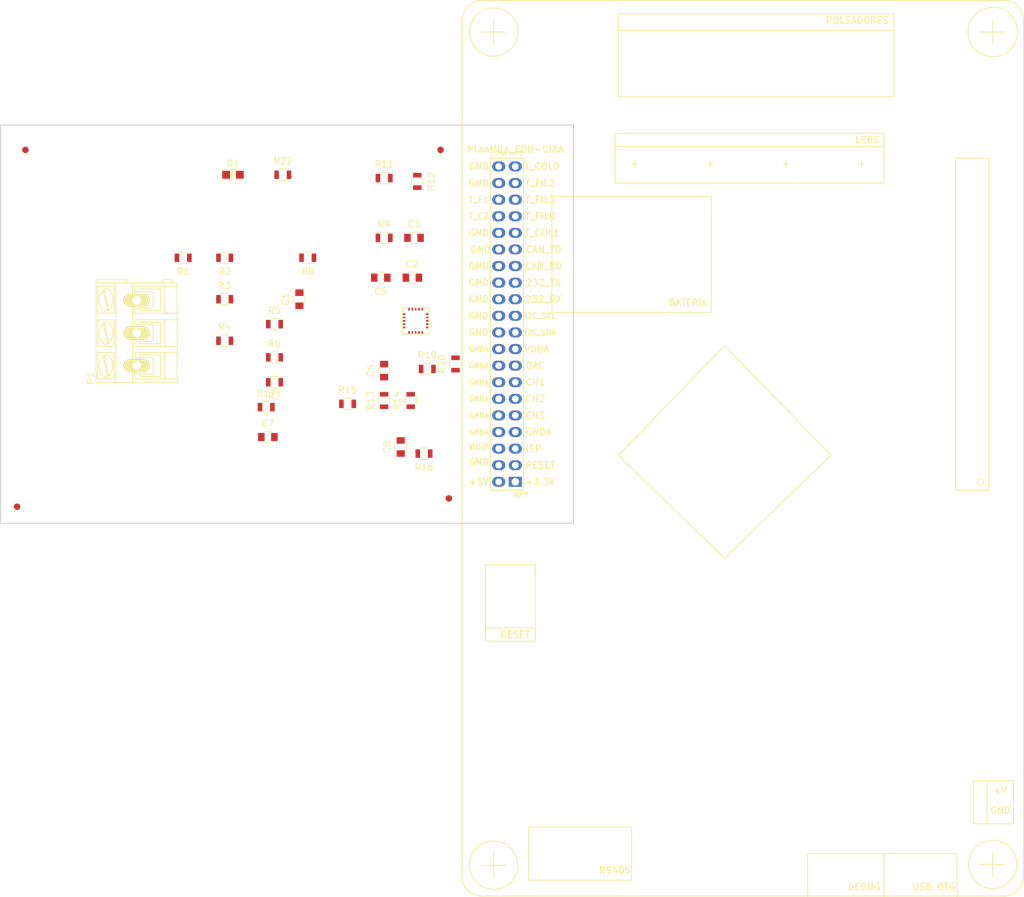
<source format=kicad_pcb>
(kicad_pcb (version 4) (host pcbnew 4.0.2+e4-6225~38~ubuntu16.04.1-stable)

  (general
    (links 63)
    (no_connects 63)
    (area 92.634999 45.644999 180.415001 106.755001)
    (thickness 1.6)
    (drawings 4)
    (tracks 0)
    (zones 0)
    (modules 35)
    (nets 59)
  )

  (page A4)
  (title_block
    (title "ECG CIAA")
    (rev V1)
  )

  (layers
    (0 F.Cu signal)
    (31 B.Cu signal)
    (32 B.Adhes user)
    (33 F.Adhes user)
    (34 B.Paste user)
    (35 F.Paste user)
    (36 B.SilkS user)
    (37 F.SilkS user)
    (38 B.Mask user)
    (39 F.Mask user)
    (40 Dwgs.User user)
    (41 Cmts.User user)
    (42 Eco1.User user)
    (43 Eco2.User user)
    (44 Edge.Cuts user)
    (45 Margin user)
    (46 B.CrtYd user)
    (47 F.CrtYd user)
    (48 B.Fab user)
    (49 F.Fab user)
  )

  (setup
    (last_trace_width 0.25)
    (trace_clearance 0.2)
    (zone_clearance 0.508)
    (zone_45_only no)
    (trace_min 0.2)
    (segment_width 0.2)
    (edge_width 0.15)
    (via_size 0.6)
    (via_drill 0.4)
    (via_min_size 0.4)
    (via_min_drill 0.3)
    (uvia_size 0.3)
    (uvia_drill 0.1)
    (uvias_allowed no)
    (uvia_min_size 0.2)
    (uvia_min_drill 0.1)
    (pcb_text_width 0.3)
    (pcb_text_size 1.5 1.5)
    (mod_edge_width 0.15)
    (mod_text_size 1 1)
    (mod_text_width 0.15)
    (pad_size 1.524 1.524)
    (pad_drill 0.762)
    (pad_to_mask_clearance 0.2)
    (aux_axis_origin 0 0)
    (visible_elements FFFFF77F)
    (pcbplotparams
      (layerselection 0x00030_80000001)
      (usegerberextensions false)
      (excludeedgelayer true)
      (linewidth 0.100000)
      (plotframeref false)
      (viasonmask false)
      (mode 1)
      (useauxorigin false)
      (hpglpennumber 1)
      (hpglpenspeed 20)
      (hpglpendiameter 15)
      (hpglpenoverlay 2)
      (psnegative false)
      (psa4output false)
      (plotreference true)
      (plotvalue true)
      (plotinvisibletext false)
      (padsonsilk false)
      (subtractmaskfromsilk false)
      (outputformat 1)
      (mirror false)
      (drillshape 1)
      (scaleselection 1)
      (outputdirectory ""))
  )

  (net 0 "")
  (net 1 "Net-(C1-Pad1)")
  (net 2 "Net-(C1-Pad2)")
  (net 3 "Net-(C2-Pad1)")
  (net 4 /RefOut)
  (net 5 "Net-(C3-Pad1)")
  (net 6 /Sing_Out)
  (net 7 "Net-(C4-Pad1)")
  (net 8 "Net-(C4-Pad2)")
  (net 9 "Net-(C5-Pad2)")
  (net 10 /3.3V)
  (net 11 /GNDA)
  (net 12 "Net-(D1-Pad2)")
  (net 13 "Net-(F1-Pad1)")
  (net 14 "Net-(F2-Pad1)")
  (net 15 "Net-(F3-Pad1)")
  (net 16 "Net-(F4-Pad1)")
  (net 17 /RL)
  (net 18 /RA)
  (net 19 /LA)
  (net 20 "Net-(P2-Pad2)")
  (net 21 "Net-(P2-Pad11)")
  (net 22 "Net-(P2-Pad4)")
  (net 23 "Net-(P2-Pad13)")
  (net 24 "Net-(P2-Pad6)")
  (net 25 "Net-(P2-Pad15)")
  (net 26 "Net-(P2-Pad17)")
  (net 27 "Net-(P2-Pad19)")
  (net 28 "Net-(P2-Pad21)")
  (net 29 "Net-(P2-Pad23)")
  (net 30 "Net-(P2-Pad25)")
  (net 31 "Net-(P2-Pad27)")
  (net 32 "Net-(P2-Pad20)")
  (net 33 "Net-(P2-Pad29)")
  (net 34 "Net-(P2-Pad22)")
  (net 35 "Net-(P2-Pad31)")
  (net 36 "Net-(P2-Pad24)")
  (net 37 "Net-(P2-Pad26)")
  (net 38 /SDN)
  (net 39 "Net-(P2-Pad28)")
  (net 40 "Net-(P2-Pad32)")
  (net 41 "Net-(P2-Pad34)")
  (net 42 "Net-(P2-Pad36)")
  (net 43 "Net-(P2-Pad38)")
  (net 44 /LO+)
  (net 45 /LO-)
  (net 46 "Net-(P2-Pad3)")
  (net 47 "Net-(P2-Pad5)")
  (net 48 "Net-(P2-Pad39)")
  (net 49 "Net-(P2-Pad40)")
  (net 50 "Net-(P2-Pad30)")
  (net 51 "Net-(R1-Pad1)")
  (net 52 "Net-(R5-Pad1)")
  (net 53 "Net-(R6-Pad1)")
  (net 54 "Net-(R14-Pad2)")
  (net 55 "Net-(R11-Pad2)")
  (net 56 "Net-(R13-Pad1)")
  (net 57 "Net-(R16-Pad2)")
  (net 58 "Net-(R19-Pad2)")

  (net_class Default "This is the default net class."
    (clearance 0.2)
    (trace_width 0.25)
    (via_dia 0.6)
    (via_drill 0.4)
    (uvia_dia 0.3)
    (uvia_drill 0.1)
    (add_net /3.3V)
    (add_net /GNDA)
    (add_net /LA)
    (add_net /LO+)
    (add_net /LO-)
    (add_net /RA)
    (add_net /RL)
    (add_net /RefOut)
    (add_net /SDN)
    (add_net /Sing_Out)
    (add_net "Net-(C1-Pad1)")
    (add_net "Net-(C1-Pad2)")
    (add_net "Net-(C2-Pad1)")
    (add_net "Net-(C3-Pad1)")
    (add_net "Net-(C4-Pad1)")
    (add_net "Net-(C4-Pad2)")
    (add_net "Net-(C5-Pad2)")
    (add_net "Net-(D1-Pad2)")
    (add_net "Net-(F1-Pad1)")
    (add_net "Net-(F2-Pad1)")
    (add_net "Net-(F3-Pad1)")
    (add_net "Net-(F4-Pad1)")
    (add_net "Net-(P2-Pad11)")
    (add_net "Net-(P2-Pad13)")
    (add_net "Net-(P2-Pad15)")
    (add_net "Net-(P2-Pad17)")
    (add_net "Net-(P2-Pad19)")
    (add_net "Net-(P2-Pad2)")
    (add_net "Net-(P2-Pad20)")
    (add_net "Net-(P2-Pad21)")
    (add_net "Net-(P2-Pad22)")
    (add_net "Net-(P2-Pad23)")
    (add_net "Net-(P2-Pad24)")
    (add_net "Net-(P2-Pad25)")
    (add_net "Net-(P2-Pad26)")
    (add_net "Net-(P2-Pad27)")
    (add_net "Net-(P2-Pad28)")
    (add_net "Net-(P2-Pad29)")
    (add_net "Net-(P2-Pad3)")
    (add_net "Net-(P2-Pad30)")
    (add_net "Net-(P2-Pad31)")
    (add_net "Net-(P2-Pad32)")
    (add_net "Net-(P2-Pad34)")
    (add_net "Net-(P2-Pad36)")
    (add_net "Net-(P2-Pad38)")
    (add_net "Net-(P2-Pad39)")
    (add_net "Net-(P2-Pad4)")
    (add_net "Net-(P2-Pad40)")
    (add_net "Net-(P2-Pad5)")
    (add_net "Net-(P2-Pad6)")
    (add_net "Net-(R1-Pad1)")
    (add_net "Net-(R11-Pad2)")
    (add_net "Net-(R13-Pad1)")
    (add_net "Net-(R14-Pad2)")
    (add_net "Net-(R16-Pad2)")
    (add_net "Net-(R19-Pad2)")
    (add_net "Net-(R5-Pad1)")
    (add_net "Net-(R6-Pad1)")
  )

  (module ECG:Plantilla_EDU-CIAA (layer F.Cu) (tedit 561303DB) (tstamp 579E7328)
    (at 171.45 100.33 180)
    (tags "plantilla poncho EDU CIAA")
    (fp_text reference MP? (at -0.762 -2.032 180) (layer F.SilkS)
      (effects (font (size 0.8 0.8) (thickness 0.12)))
    )
    (fp_text value Plantilla_EDU-CIAA (at -0.03 50.9 180) (layer F.SilkS)
      (effects (font (size 1.016 1.016) (thickness 0.2032)))
    )
    (fp_circle (center -71.12 0) (end -70.612 0) (layer F.SilkS) (width 0.15))
    (fp_line (start -30.099 48.641) (end -30.226 48.641) (layer F.SilkS) (width 0.15))
    (fp_line (start -29.845 48.641) (end -30.099 48.641) (layer F.SilkS) (width 0.15))
    (fp_line (start -29.845 48.641) (end -29.464 48.641) (layer F.SilkS) (width 0.15))
    (fp_line (start -29.845 48.641) (end -29.845 49.149) (layer F.SilkS) (width 0.15))
    (fp_line (start -29.845 48.641) (end -29.845 48.006) (layer F.SilkS) (width 0.15))
    (fp_line (start -52.959 48.133) (end -52.959 48.006) (layer F.SilkS) (width 0.15))
    (fp_line (start -52.959 48.641) (end -53.34 48.641) (layer F.SilkS) (width 0.15))
    (fp_line (start -52.959 48.641) (end -52.578 48.641) (layer F.SilkS) (width 0.15))
    (fp_line (start -52.959 48.641) (end -52.959 49.149) (layer F.SilkS) (width 0.15))
    (fp_line (start -52.959 48.641) (end -52.959 48.133) (layer F.SilkS) (width 0.15))
    (fp_line (start -41.656 48.641) (end -41.783 48.641) (layer F.SilkS) (width 0.15))
    (fp_line (start -41.402 48.641) (end -41.656 48.641) (layer F.SilkS) (width 0.15))
    (fp_line (start -41.402 48.641) (end -41.021 48.641) (layer F.SilkS) (width 0.15))
    (fp_line (start -41.402 48.641) (end -41.402 49.149) (layer F.SilkS) (width 0.15))
    (fp_line (start -41.402 48.641) (end -41.402 48.006) (layer F.SilkS) (width 0.15))
    (fp_line (start -18.288 48.641) (end -18.669 48.641) (layer F.SilkS) (width 0.15))
    (fp_line (start -18.288 48.641) (end -17.907 48.641) (layer F.SilkS) (width 0.15))
    (fp_line (start -18.288 48.641) (end -18.288 49.149) (layer F.SilkS) (width 0.15))
    (fp_line (start -18.288 48.641) (end -18.288 48.006) (layer F.SilkS) (width 0.15))
    (fp_line (start -73.025 68.834) (end -74.93 68.834) (layer F.SilkS) (width 0.15))
    (fp_line (start -73.025 68.834) (end -71.12 68.834) (layer F.SilkS) (width 0.15))
    (fp_line (start -73.025 68.834) (end -73.025 70.739) (layer F.SilkS) (width 0.15))
    (fp_line (start -73.025 68.834) (end -73.025 66.929) (layer F.SilkS) (width 0.15))
    (fp_circle (center -73.025 68.834) (end -72.136 65.151) (layer F.SilkS) (width 0.15))
    (fp_circle (center 3.302 68.834) (end 6.858 69.85) (layer F.SilkS) (width 0.15))
    (fp_line (start 3.302 68.834) (end 5.207 68.834) (layer F.SilkS) (width 0.15))
    (fp_line (start 3.302 68.834) (end 1.397 68.834) (layer F.SilkS) (width 0.15))
    (fp_line (start 3.302 68.834) (end 3.302 70.739) (layer F.SilkS) (width 0.15))
    (fp_line (start 3.302 68.834) (end 3.302 66.929) (layer F.SilkS) (width 0.15))
    (fp_line (start 3.302 -58.674) (end 1.397 -58.674) (layer F.SilkS) (width 0.15))
    (fp_line (start 3.302 -58.674) (end 5.207 -58.674) (layer F.SilkS) (width 0.15))
    (fp_line (start 3.302 -58.674) (end 3.302 -56.769) (layer F.SilkS) (width 0.15))
    (fp_line (start 3.302 -58.674) (end 3.302 -60.579) (layer F.SilkS) (width 0.15))
    (fp_circle (center 3.302 -58.674) (end 6.731 -57.277) (layer F.SilkS) (width 0.15))
    (fp_circle (center -73.025 -58.547) (end -69.469 -59.563) (layer F.SilkS) (width 0.15))
    (fp_line (start -73.025 -58.547) (end -74.93 -58.547) (layer F.SilkS) (width 0.15))
    (fp_line (start -73.025 -58.547) (end -71.12 -58.547) (layer F.SilkS) (width 0.15))
    (fp_line (start -73.025 -58.547) (end -73.025 -56.642) (layer F.SilkS) (width 0.15))
    (fp_line (start -73.025 -58.547) (end -73.025 -60.452) (layer F.SilkS) (width 0.15))
    (fp_circle (center 0 0) (end 0.508 0) (layer F.SilkS) (width 0.15))
    (fp_line (start -72.136 -45.72) (end -70.104 -45.72) (layer F.SilkS) (width 0.15))
    (fp_line (start -70.104 -45.72) (end -70.104 -52.324) (layer F.SilkS) (width 0.15))
    (fp_line (start -70.104 -52.324) (end -72.136 -52.324) (layer F.SilkS) (width 0.15))
    (fp_text user GND (at -74.168 -50.292 180) (layer F.SilkS)
      (effects (font (size 1 1) (thickness 0.2)))
    )
    (fp_text user +V (at -74.168 -47.244 180) (layer F.SilkS)
      (effects (font (size 1 1) (thickness 0.2)))
    )
    (fp_line (start -76.2 -45.72) (end -72.136 -45.72) (layer F.SilkS) (width 0.15))
    (fp_line (start -72.136 -45.72) (end -72.136 -52.324) (layer F.SilkS) (width 0.15))
    (fp_line (start -72.136 -52.324) (end -76.2 -52.324) (layer F.SilkS) (width 0.15))
    (fp_line (start -76.2 -52.324) (end -76.2 -45.72) (layer F.SilkS) (width 0.15))
    (fp_text user DEBUG (at -53.34 -61.976 180) (layer F.SilkS)
      (effects (font (size 1 1) (thickness 0.2)))
    )
    (fp_text user "USB OTG" (at -64.008 -61.976 180) (layer F.SilkS)
      (effects (font (size 1 1) (thickness 0.2)))
    )
    (fp_line (start -56.388 -56.896) (end -56.388 -63.5) (layer F.SilkS) (width 0.15))
    (fp_line (start -44.704 -62.992) (end -44.704 -63.5) (layer F.SilkS) (width 0.15))
    (fp_line (start -67.564 -56.896) (end -67.564 -62.992) (layer F.SilkS) (width 0.15))
    (fp_line (start -67.564 -62.992) (end -67.564 -63.5) (layer F.SilkS) (width 0.15))
    (fp_line (start -44.704 -62.992) (end -44.704 -56.896) (layer F.SilkS) (width 0.15))
    (fp_line (start -44.704 -56.896) (end -59.436 -56.896) (layer F.SilkS) (width 0.15))
    (fp_line (start -67.564 -56.896) (end -59.436 -56.896) (layer F.SilkS) (width 0.15))
    (fp_text user RS485 (at -15.24 -59.436 180) (layer F.SilkS)
      (effects (font (size 1 1) (thickness 0.2)))
    )
    (fp_line (start -17.78 -52.832) (end -2.032 -52.832) (layer F.SilkS) (width 0.15))
    (fp_line (start -2.032 -52.832) (end -2.032 -60.96) (layer F.SilkS) (width 0.15))
    (fp_line (start -2.032 -60.96) (end -17.78 -60.96) (layer F.SilkS) (width 0.15))
    (fp_line (start -17.78 -60.96) (end -17.78 -52.832) (layer F.SilkS) (width 0.15))
    (fp_line (start -32.004 20.828) (end -48.26 4.064) (layer F.SilkS) (width 0.15))
    (fp_line (start -48.26 4.064) (end -32.004 -11.684) (layer F.SilkS) (width 0.15))
    (fp_line (start -32.004 -11.684) (end -15.748 4.064) (layer F.SilkS) (width 0.15))
    (fp_line (start -15.748 4.064) (end -32.004 20.828) (layer F.SilkS) (width 0.15))
    (fp_text user RESET (at 0 -23.368 180) (layer F.SilkS)
      (effects (font (size 1 1) (thickness 0.2)))
    )
    (fp_line (start -57.912 71.628) (end -57.912 69.088) (layer F.SilkS) (width 0.15))
    (fp_line (start -57.912 71.628) (end -15.748 71.628) (layer F.SilkS) (width 0.15))
    (fp_line (start -15.748 71.628) (end -15.748 69.088) (layer F.SilkS) (width 0.15))
    (fp_line (start -57.912 69.088) (end -15.748 69.088) (layer F.SilkS) (width 0.15))
    (fp_line (start -56.388 53.34) (end -56.388 51.308) (layer F.SilkS) (width 0.15))
    (fp_line (start -56.388 53.34) (end -15.24 53.34) (layer F.SilkS) (width 0.15))
    (fp_line (start -15.24 53.34) (end -15.24 51.308) (layer F.SilkS) (width 0.15))
    (fp_line (start 4.572 -22.352) (end -3.048 -22.352) (layer F.SilkS) (width 0.15))
    (fp_line (start -3.048 -12.7) (end 4.572 -12.7) (layer F.SilkS) (width 0.15))
    (fp_line (start 4.572 -12.7) (end 4.572 -24.384) (layer F.SilkS) (width 0.15))
    (fp_line (start 4.572 -24.384) (end -3.048 -24.384) (layer F.SilkS) (width 0.15))
    (fp_line (start -3.048 -24.384) (end -3.048 -12.7) (layer F.SilkS) (width 0.15))
    (fp_text user BATERIA (at -26.416 27.432 180) (layer F.SilkS)
      (effects (font (size 1 1) (thickness 0.2)))
    )
    (fp_line (start -29.972 43.688) (end -5.588 43.688) (layer F.SilkS) (width 0.15))
    (fp_line (start -5.588 43.688) (end -5.588 25.908) (layer F.SilkS) (width 0.15))
    (fp_line (start -5.588 25.908) (end -29.972 25.908) (layer F.SilkS) (width 0.15))
    (fp_line (start -29.972 25.908) (end -29.972 43.688) (layer F.SilkS) (width 0.15))
    (fp_text user LEDS (at -53.848 52.324 180) (layer F.SilkS)
      (effects (font (size 1 1) (thickness 0.2)))
    )
    (fp_line (start -56.388 51.308) (end -15.24 51.308) (layer F.SilkS) (width 0.15))
    (fp_line (start -15.24 51.308) (end -15.24 45.72) (layer F.SilkS) (width 0.15))
    (fp_line (start -15.24 45.72) (end -56.388 45.72) (layer F.SilkS) (width 0.15))
    (fp_line (start -56.388 45.72) (end -56.388 51.308) (layer F.SilkS) (width 0.15))
    (fp_text user PULSADORES (at -52.324 70.612 180) (layer F.SilkS)
      (effects (font (size 1 1) (thickness 0.2)))
    )
    (fp_line (start -15.748 69.596) (end -15.748 58.928) (layer F.SilkS) (width 0.15))
    (fp_line (start -15.748 58.928) (end -57.912 58.928) (layer F.SilkS) (width 0.15))
    (fp_line (start -57.912 58.928) (end -57.912 69.596) (layer F.SilkS) (width 0.15))
    (fp_line (start -77.724 49.276) (end -77.724 -1.27) (layer F.SilkS) (width 0.15))
    (fp_arc (start -74.803 70.739) (end -74.93 73.66) (angle 90) (layer F.SilkS) (width 0.15))
    (fp_arc (start 5.08 70.612) (end 8.128 70.485) (angle 90) (layer F.SilkS) (width 0.15))
    (fp_arc (start 5.207 -60.452) (end 5.207 -63.373) (angle 90) (layer F.SilkS) (width 0.15))
    (fp_line (start -77.724 -60.706) (end -77.724 -56.769) (layer F.SilkS) (width 0.15))
    (fp_line (start -72.263 -63.373) (end -74.295 -63.373) (layer F.SilkS) (width 0.15))
    (fp_arc (start -74.676 -60.325) (end -77.724 -60.706) (angle 90) (layer F.SilkS) (width 0.15))
    (fp_line (start 5.461 -63.373) (end 4.826 -63.373) (layer F.SilkS) (width 0.15))
    (fp_line (start 8.128 -60.579) (end 8.128 -60.706) (layer F.SilkS) (width 0.15))
    (fp_line (start 8.128 -60.706) (end 8.128 -60.452) (layer F.SilkS) (width 0.15))
    (fp_line (start 3.937 -63.373) (end 4.826 -63.373) (layer F.SilkS) (width 0.15))
    (fp_line (start 0 -63.373) (end 3.937 -63.373) (layer F.SilkS) (width 0.15))
    (fp_line (start 8.128 -58.293) (end 8.128 -60.579) (layer F.SilkS) (width 0.15))
    (fp_line (start 0 -63.373) (end -8.636 -63.373) (layer F.SilkS) (width 0.15))
    (fp_line (start -8.636 -63.373) (end -72.136 -63.373) (layer F.SilkS) (width 0.15))
    (fp_line (start -77.724 -1.27) (end -77.724 -56.769) (layer F.SilkS) (width 0.15))
    (fp_line (start 8.128 -1.27) (end 8.128 -10.16) (layer F.SilkS) (width 0.15))
    (fp_line (start 8.128 -10.16) (end 8.128 -27.432) (layer F.SilkS) (width 0.15))
    (fp_line (start 8.128 -27.432) (end 8.128 -48.26) (layer F.SilkS) (width 0.15))
    (fp_line (start 8.128 -48.26) (end 8.128 -55.499) (layer F.SilkS) (width 0.15))
    (fp_line (start 8.128 -55.499) (end 8.128 -58.293) (layer F.SilkS) (width 0.15))
    (fp_line (start -77.724 70.612) (end -77.724 70.104) (layer F.SilkS) (width 0.15))
    (fp_line (start -74.422 73.66) (end -74.93 73.66) (layer F.SilkS) (width 0.15))
    (fp_line (start -73.025 73.66) (end -74.422 73.66) (layer F.SilkS) (width 0.15))
    (fp_line (start -77.724 67.056) (end -77.724 70.104) (layer F.SilkS) (width 0.15))
    (fp_line (start 3.302 73.66) (end 5.207 73.66) (layer F.SilkS) (width 0.15))
    (fp_line (start 8.128 66.802) (end 8.128 70.485) (layer F.SilkS) (width 0.15))
    (fp_line (start 8.128 49.403) (end 8.128 66.802) (layer F.SilkS) (width 0.15))
    (fp_line (start -77.724 49.403) (end -77.724 67.056) (layer F.SilkS) (width 0.15))
    (fp_line (start 3.302 73.66) (end -73.025 73.66) (layer F.SilkS) (width 0.15))
    (fp_line (start 8.128 0) (end 8.128 -1.27) (layer F.SilkS) (width 0.15))
    (fp_line (start 8.128 0) (end 8.128 49.53) (layer F.SilkS) (width 0.15))
    (fp_line (start -72.39 0) (end -72.39 -1.27) (layer F.SilkS) (width 0.15))
    (fp_line (start -72.39 -1.27) (end -67.31 -1.27) (layer F.SilkS) (width 0.15))
    (fp_line (start -67.31 -1.27) (end -67.31 49.53) (layer F.SilkS) (width 0.15))
    (fp_line (start -67.31 49.53) (end -72.39 49.53) (layer F.SilkS) (width 0.15))
    (fp_line (start -72.39 49.53) (end -72.39 0) (layer F.SilkS) (width 0.15))
    (fp_line (start -1.27 49.53) (end -1.27 -1.27) (layer F.SilkS) (width 0.15))
    (fp_line (start 3.81 49.53) (end 3.81 -1.27) (layer F.SilkS) (width 0.15))
    (fp_line (start 3.81 49.53) (end -1.27 49.53) (layer F.SilkS) (width 0.15))
    (fp_line (start 3.81 -1.27) (end -1.27 -1.27) (layer F.SilkS) (width 0.15))
  )

  (module ECG:C_0805 (layer F.Cu) (tedit 5415D6EA) (tstamp 579E6881)
    (at 138.43 72.39 90)
    (descr "Capacitor SMD 0805, reflow soldering, AVX (see smccp.pdf)")
    (tags "capacitor 0805")
    (path /579AA1C0)
    (attr smd)
    (fp_text reference C1 (at 0 -2.1 90) (layer F.SilkS)
      (effects (font (size 1 1) (thickness 0.15)))
    )
    (fp_text value 1nF (at 0 2.1 90) (layer F.Fab)
      (effects (font (size 1 1) (thickness 0.15)))
    )
    (fp_line (start -1.8 -1) (end 1.8 -1) (layer F.CrtYd) (width 0.05))
    (fp_line (start -1.8 1) (end 1.8 1) (layer F.CrtYd) (width 0.05))
    (fp_line (start -1.8 -1) (end -1.8 1) (layer F.CrtYd) (width 0.05))
    (fp_line (start 1.8 -1) (end 1.8 1) (layer F.CrtYd) (width 0.05))
    (fp_line (start 0.5 -0.85) (end -0.5 -0.85) (layer F.SilkS) (width 0.15))
    (fp_line (start -0.5 0.85) (end 0.5 0.85) (layer F.SilkS) (width 0.15))
    (pad 1 smd rect (at -1 0 90) (size 1 1.25) (layers F.Cu F.Paste F.Mask)
      (net 1 "Net-(C1-Pad1)"))
    (pad 2 smd rect (at 1 0 90) (size 1 1.25) (layers F.Cu F.Paste F.Mask)
      (net 2 "Net-(C1-Pad2)"))
    (model Capacitors_SMD.3dshapes/C_0805.wrl
      (at (xyz 0 0 0))
      (scale (xyz 1 1 1))
      (rotate (xyz 0 0 0))
    )
  )

  (module ECG:C_0805 (layer F.Cu) (tedit 5415D6EA) (tstamp 579E688D)
    (at 155.702 69.088)
    (descr "Capacitor SMD 0805, reflow soldering, AVX (see smccp.pdf)")
    (tags "capacitor 0805")
    (path /579C0A92)
    (attr smd)
    (fp_text reference C2 (at 0 -2.1) (layer F.SilkS)
      (effects (font (size 1 1) (thickness 0.15)))
    )
    (fp_text value 10nF (at 0 2.1) (layer F.Fab)
      (effects (font (size 1 1) (thickness 0.15)))
    )
    (fp_line (start -1.8 -1) (end 1.8 -1) (layer F.CrtYd) (width 0.05))
    (fp_line (start -1.8 1) (end 1.8 1) (layer F.CrtYd) (width 0.05))
    (fp_line (start -1.8 -1) (end -1.8 1) (layer F.CrtYd) (width 0.05))
    (fp_line (start 1.8 -1) (end 1.8 1) (layer F.CrtYd) (width 0.05))
    (fp_line (start 0.5 -0.85) (end -0.5 -0.85) (layer F.SilkS) (width 0.15))
    (fp_line (start -0.5 0.85) (end 0.5 0.85) (layer F.SilkS) (width 0.15))
    (pad 1 smd rect (at -1 0) (size 1 1.25) (layers F.Cu F.Paste F.Mask)
      (net 3 "Net-(C2-Pad1)"))
    (pad 2 smd rect (at 1 0) (size 1 1.25) (layers F.Cu F.Paste F.Mask)
      (net 4 /RefOut))
    (model Capacitors_SMD.3dshapes/C_0805.wrl
      (at (xyz 0 0 0))
      (scale (xyz 1 1 1))
      (rotate (xyz 0 0 0))
    )
  )

  (module ECG:C_0805 (layer F.Cu) (tedit 5415D6EA) (tstamp 579E6899)
    (at 155.956 62.992)
    (descr "Capacitor SMD 0805, reflow soldering, AVX (see smccp.pdf)")
    (tags "capacitor 0805")
    (path /579AC8D1)
    (attr smd)
    (fp_text reference C3 (at 0 -2.1) (layer F.SilkS)
      (effects (font (size 1 1) (thickness 0.15)))
    )
    (fp_text value 1.5nF (at 0 2.1) (layer F.Fab)
      (effects (font (size 1 1) (thickness 0.15)))
    )
    (fp_line (start -1.8 -1) (end 1.8 -1) (layer F.CrtYd) (width 0.05))
    (fp_line (start -1.8 1) (end 1.8 1) (layer F.CrtYd) (width 0.05))
    (fp_line (start -1.8 -1) (end -1.8 1) (layer F.CrtYd) (width 0.05))
    (fp_line (start 1.8 -1) (end 1.8 1) (layer F.CrtYd) (width 0.05))
    (fp_line (start 0.5 -0.85) (end -0.5 -0.85) (layer F.SilkS) (width 0.15))
    (fp_line (start -0.5 0.85) (end 0.5 0.85) (layer F.SilkS) (width 0.15))
    (pad 1 smd rect (at -1 0) (size 1 1.25) (layers F.Cu F.Paste F.Mask)
      (net 5 "Net-(C3-Pad1)"))
    (pad 2 smd rect (at 1 0) (size 1 1.25) (layers F.Cu F.Paste F.Mask)
      (net 6 /Sing_Out))
    (model Capacitors_SMD.3dshapes/C_0805.wrl
      (at (xyz 0 0 0))
      (scale (xyz 1 1 1))
      (rotate (xyz 0 0 0))
    )
  )

  (module ECG:C_0805 (layer F.Cu) (tedit 5415D6EA) (tstamp 579E68A5)
    (at 151.384 83.312 90)
    (descr "Capacitor SMD 0805, reflow soldering, AVX (see smccp.pdf)")
    (tags "capacitor 0805")
    (path /579AA4B4)
    (attr smd)
    (fp_text reference C4 (at 0 -2.1 90) (layer F.SilkS)
      (effects (font (size 1 1) (thickness 0.15)))
    )
    (fp_text value 0.33uF (at 0 2.1 90) (layer F.Fab)
      (effects (font (size 1 1) (thickness 0.15)))
    )
    (fp_line (start -1.8 -1) (end 1.8 -1) (layer F.CrtYd) (width 0.05))
    (fp_line (start -1.8 1) (end 1.8 1) (layer F.CrtYd) (width 0.05))
    (fp_line (start -1.8 -1) (end -1.8 1) (layer F.CrtYd) (width 0.05))
    (fp_line (start 1.8 -1) (end 1.8 1) (layer F.CrtYd) (width 0.05))
    (fp_line (start 0.5 -0.85) (end -0.5 -0.85) (layer F.SilkS) (width 0.15))
    (fp_line (start -0.5 0.85) (end 0.5 0.85) (layer F.SilkS) (width 0.15))
    (pad 1 smd rect (at -1 0 90) (size 1 1.25) (layers F.Cu F.Paste F.Mask)
      (net 7 "Net-(C4-Pad1)"))
    (pad 2 smd rect (at 1 0 90) (size 1 1.25) (layers F.Cu F.Paste F.Mask)
      (net 8 "Net-(C4-Pad2)"))
    (model Capacitors_SMD.3dshapes/C_0805.wrl
      (at (xyz 0 0 0))
      (scale (xyz 1 1 1))
      (rotate (xyz 0 0 0))
    )
  )

  (module ECG:C_0805 (layer F.Cu) (tedit 5415D6EA) (tstamp 579E68B1)
    (at 150.876 69.088 180)
    (descr "Capacitor SMD 0805, reflow soldering, AVX (see smccp.pdf)")
    (tags "capacitor 0805")
    (path /579AAA9F)
    (attr smd)
    (fp_text reference C5 (at 0 -2.1 180) (layer F.SilkS)
      (effects (font (size 1 1) (thickness 0.15)))
    )
    (fp_text value 0.33uF (at 0 2.1 180) (layer F.Fab)
      (effects (font (size 1 1) (thickness 0.15)))
    )
    (fp_line (start -1.8 -1) (end 1.8 -1) (layer F.CrtYd) (width 0.05))
    (fp_line (start -1.8 1) (end 1.8 1) (layer F.CrtYd) (width 0.05))
    (fp_line (start -1.8 -1) (end -1.8 1) (layer F.CrtYd) (width 0.05))
    (fp_line (start 1.8 -1) (end 1.8 1) (layer F.CrtYd) (width 0.05))
    (fp_line (start 0.5 -0.85) (end -0.5 -0.85) (layer F.SilkS) (width 0.15))
    (fp_line (start -0.5 0.85) (end 0.5 0.85) (layer F.SilkS) (width 0.15))
    (pad 1 smd rect (at -1 0 180) (size 1 1.25) (layers F.Cu F.Paste F.Mask)
      (net 4 /RefOut))
    (pad 2 smd rect (at 1 0 180) (size 1 1.25) (layers F.Cu F.Paste F.Mask)
      (net 9 "Net-(C5-Pad2)"))
    (model Capacitors_SMD.3dshapes/C_0805.wrl
      (at (xyz 0 0 0))
      (scale (xyz 1 1 1))
      (rotate (xyz 0 0 0))
    )
  )

  (module ECG:C_0805 (layer F.Cu) (tedit 5415D6EA) (tstamp 579E68BD)
    (at 153.924 94.996 90)
    (descr "Capacitor SMD 0805, reflow soldering, AVX (see smccp.pdf)")
    (tags "capacitor 0805")
    (path /579AB618)
    (attr smd)
    (fp_text reference C6 (at 0 -2.1 90) (layer F.SilkS)
      (effects (font (size 1 1) (thickness 0.15)))
    )
    (fp_text value 0.1uF (at 0 2.1 90) (layer F.Fab)
      (effects (font (size 1 1) (thickness 0.15)))
    )
    (fp_line (start -1.8 -1) (end 1.8 -1) (layer F.CrtYd) (width 0.05))
    (fp_line (start -1.8 1) (end 1.8 1) (layer F.CrtYd) (width 0.05))
    (fp_line (start -1.8 -1) (end -1.8 1) (layer F.CrtYd) (width 0.05))
    (fp_line (start 1.8 -1) (end 1.8 1) (layer F.CrtYd) (width 0.05))
    (fp_line (start 0.5 -0.85) (end -0.5 -0.85) (layer F.SilkS) (width 0.15))
    (fp_line (start -0.5 0.85) (end 0.5 0.85) (layer F.SilkS) (width 0.15))
    (pad 1 smd rect (at -1 0 90) (size 1 1.25) (layers F.Cu F.Paste F.Mask)
      (net 10 /3.3V))
    (pad 2 smd rect (at 1 0 90) (size 1 1.25) (layers F.Cu F.Paste F.Mask)
      (net 11 /GNDA))
    (model Capacitors_SMD.3dshapes/C_0805.wrl
      (at (xyz 0 0 0))
      (scale (xyz 1 1 1))
      (rotate (xyz 0 0 0))
    )
  )

  (module ECG:C_0805 (layer F.Cu) (tedit 5415D6EA) (tstamp 579E68C9)
    (at 133.604 93.472)
    (descr "Capacitor SMD 0805, reflow soldering, AVX (see smccp.pdf)")
    (tags "capacitor 0805")
    (path /579AB8C5)
    (attr smd)
    (fp_text reference C7 (at 0 -2.1) (layer F.SilkS)
      (effects (font (size 1 1) (thickness 0.15)))
    )
    (fp_text value 0.1uF (at 0 2.1) (layer F.Fab)
      (effects (font (size 1 1) (thickness 0.15)))
    )
    (fp_line (start -1.8 -1) (end 1.8 -1) (layer F.CrtYd) (width 0.05))
    (fp_line (start -1.8 1) (end 1.8 1) (layer F.CrtYd) (width 0.05))
    (fp_line (start -1.8 -1) (end -1.8 1) (layer F.CrtYd) (width 0.05))
    (fp_line (start 1.8 -1) (end 1.8 1) (layer F.CrtYd) (width 0.05))
    (fp_line (start 0.5 -0.85) (end -0.5 -0.85) (layer F.SilkS) (width 0.15))
    (fp_line (start -0.5 0.85) (end 0.5 0.85) (layer F.SilkS) (width 0.15))
    (pad 1 smd rect (at -1 0) (size 1 1.25) (layers F.Cu F.Paste F.Mask)
      (net 10 /3.3V))
    (pad 2 smd rect (at 1 0) (size 1 1.25) (layers F.Cu F.Paste F.Mask)
      (net 11 /GNDA))
    (model Capacitors_SMD.3dshapes/C_0805.wrl
      (at (xyz 0 0 0))
      (scale (xyz 1 1 1))
      (rotate (xyz 0 0 0))
    )
  )

  (module ECG:LED_0805 (layer F.Cu) (tedit 55BDE1C2) (tstamp 579E68DC)
    (at 128.27 53.34)
    (descr "LED 0805 smd package")
    (tags "LED 0805 SMD")
    (path /579D0264)
    (attr smd)
    (fp_text reference D1 (at 0 -1.75) (layer F.SilkS)
      (effects (font (size 1 1) (thickness 0.15)))
    )
    (fp_text value LED (at 0 1.75) (layer F.Fab)
      (effects (font (size 1 1) (thickness 0.15)))
    )
    (fp_line (start -1.6 0.75) (end 1.1 0.75) (layer F.SilkS) (width 0.15))
    (fp_line (start -1.6 -0.75) (end 1.1 -0.75) (layer F.SilkS) (width 0.15))
    (fp_line (start -0.1 0.15) (end -0.1 -0.1) (layer F.SilkS) (width 0.15))
    (fp_line (start -0.1 -0.1) (end -0.25 0.05) (layer F.SilkS) (width 0.15))
    (fp_line (start -0.35 -0.35) (end -0.35 0.35) (layer F.SilkS) (width 0.15))
    (fp_line (start 0 0) (end 0.35 0) (layer F.SilkS) (width 0.15))
    (fp_line (start -0.35 0) (end 0 -0.35) (layer F.SilkS) (width 0.15))
    (fp_line (start 0 -0.35) (end 0 0.35) (layer F.SilkS) (width 0.15))
    (fp_line (start 0 0.35) (end -0.35 0) (layer F.SilkS) (width 0.15))
    (fp_line (start 1.9 -0.95) (end 1.9 0.95) (layer F.CrtYd) (width 0.05))
    (fp_line (start 1.9 0.95) (end -1.9 0.95) (layer F.CrtYd) (width 0.05))
    (fp_line (start -1.9 0.95) (end -1.9 -0.95) (layer F.CrtYd) (width 0.05))
    (fp_line (start -1.9 -0.95) (end 1.9 -0.95) (layer F.CrtYd) (width 0.05))
    (pad 2 smd rect (at 1.04902 0 180) (size 1.19888 1.19888) (layers F.Cu F.Paste F.Mask)
      (net 12 "Net-(D1-Pad2)"))
    (pad 1 smd rect (at -1.04902 0 180) (size 1.19888 1.19888) (layers F.Cu F.Paste F.Mask)
      (net 11 /GNDA))
    (model LEDs.3dshapes/LED_0805.wrl
      (at (xyz 0 0 0))
      (scale (xyz 1 1 1))
      (rotate (xyz 0 0 0))
    )
  )

  (module ECG:Fiducial_1mm (layer F.Cu) (tedit 573E1507) (tstamp 579E68E1)
    (at 160.02 49.53)
    (path /579DFDAD)
    (clearance 1.524)
    (fp_text reference F1 (at 0.02 -0.9) (layer F.SilkS) hide
      (effects (font (size 0.7112 0.4572) (thickness 0.1143)))
    )
    (fp_text value FIDUCIAL (at 0 0.99) (layer F.SilkS) hide
      (effects (font (size 0.254 0.254) (thickness 0.00254)))
    )
    (pad 1 smd circle (at 0 0) (size 1 1) (layers F.Cu F.Mask)
      (net 13 "Net-(F1-Pad1)") (solder_mask_margin 1.5))
  )

  (module ECG:Fiducial_1mm (layer F.Cu) (tedit 573E1507) (tstamp 579E68E6)
    (at 95.25 104.14)
    (path /579DFF21)
    (clearance 1.524)
    (fp_text reference F2 (at 0.02 -0.9) (layer F.SilkS) hide
      (effects (font (size 0.7112 0.4572) (thickness 0.1143)))
    )
    (fp_text value FIDUCIAL (at 0 0.99) (layer F.SilkS) hide
      (effects (font (size 0.254 0.254) (thickness 0.00254)))
    )
    (pad 1 smd circle (at 0 0) (size 1 1) (layers F.Cu F.Mask)
      (net 14 "Net-(F2-Pad1)") (solder_mask_margin 1.5))
  )

  (module ECG:Fiducial_1mm (layer F.Cu) (tedit 573E1507) (tstamp 579E68EB)
    (at 96.52 49.53)
    (path /579DFF81)
    (clearance 1.524)
    (fp_text reference F3 (at 0.02 -0.9) (layer F.SilkS) hide
      (effects (font (size 0.7112 0.4572) (thickness 0.1143)))
    )
    (fp_text value FIDUCIAL (at 0 0.99) (layer F.SilkS) hide
      (effects (font (size 0.254 0.254) (thickness 0.00254)))
    )
    (pad 1 smd circle (at 0 0) (size 1 1) (layers F.Cu F.Mask)
      (net 15 "Net-(F3-Pad1)") (solder_mask_margin 1.5))
  )

  (module ECG:Fiducial_1mm (layer F.Cu) (tedit 573E1507) (tstamp 579E68F0)
    (at 161.29 102.87)
    (path /579DFFFB)
    (clearance 1.524)
    (fp_text reference F4 (at 0.02 -0.9) (layer F.SilkS) hide
      (effects (font (size 0.7112 0.4572) (thickness 0.1143)))
    )
    (fp_text value FIDUCIAL (at 0 0.99) (layer F.SilkS) hide
      (effects (font (size 0.254 0.254) (thickness 0.00254)))
    )
    (pad 1 smd circle (at 0 0) (size 1 1) (layers F.Cu F.Mask)
      (net 16 "Net-(F4-Pad1)") (solder_mask_margin 1.5))
  )

  (module ECG:AK300-3 (layer F.Cu) (tedit 54791EF3) (tstamp 579E6968)
    (at 113.538 82.55 90)
    (descr CONNECTOR)
    (tags CONNECTOR)
    (path /579AD41A)
    (attr virtual)
    (fp_text reference P1 (at -1.945 -6.995 90) (layer F.SilkS)
      (effects (font (size 1 1) (thickness 0.15)))
    )
    (fp_text value CONN_01X03 (at 2.754 7.737 90) (layer F.Fab)
      (effects (font (size 1 1) (thickness 0.15)))
    )
    (fp_line (start 13.418 -6.473) (end -2.83 -6.473) (layer F.CrtYd) (width 0.05))
    (fp_line (start 13.418 6.473) (end 13.418 -6.473) (layer F.CrtYd) (width 0.05))
    (fp_line (start -2.83 6.473) (end 13.418 6.473) (layer F.CrtYd) (width 0.05))
    (fp_line (start -2.83 -6.473) (end -2.83 6.473) (layer F.CrtYd) (width 0.05))
    (fp_line (start 12.66 -0.645) (end -2.5165 -0.645) (layer F.SilkS) (width 0.15))
    (fp_line (start 8.0245 3.9905) (end 8.0245 -0.264) (layer F.SilkS) (width 0.15))
    (fp_line (start 12.0885 6.213) (end 7.58 6.213) (layer F.SilkS) (width 0.15))
    (fp_line (start 7.58 -3.185) (end 12.5965 -3.185) (layer F.SilkS) (width 0.15))
    (fp_line (start -2.58 -6.233) (end 12.66 -6.233) (layer F.SilkS) (width 0.15))
    (fp_arc (start 8.9262 -4.65566) (end 8.63664 -4.1375) (angle 104.2) (layer F.SilkS) (width 0.15))
    (fp_arc (start 10.04126 -3.7184) (end 8.4436 -5.0138) (angle 100) (layer F.SilkS) (width 0.15))
    (fp_arc (start 10.12 -6.0806) (end 11.58304 -4.12734) (angle 75.5) (layer F.SilkS) (width 0.15))
    (fp_arc (start 11.0852 -4.60486) (end 11.59066 -5.06206) (angle 90.5) (layer F.SilkS) (width 0.15))
    (fp_line (start 8.4182 -0.264) (end 11.7202 -0.264) (layer F.SilkS) (width 0.15))
    (fp_line (start 8.0372 -0.264) (end 8.4182 -0.264) (layer F.SilkS) (width 0.15))
    (fp_line (start 12.1012 -0.264) (end 11.7202 -0.264) (layer F.SilkS) (width 0.15))
    (fp_line (start 8.5706 -4.328) (end 11.6186 -4.963) (layer F.SilkS) (width 0.15))
    (fp_line (start 8.4436 -4.455) (end 11.4916 -5.09) (layer F.SilkS) (width 0.15))
    (fp_line (start 12.1012 -3.439) (end 8.0372 -3.439) (layer F.SilkS) (width 0.15))
    (fp_line (start 12.1012 -5.979) (end 12.1012 -3.439) (layer F.SilkS) (width 0.15))
    (fp_line (start 8.0372 -5.979) (end 12.1012 -5.979) (layer F.SilkS) (width 0.15))
    (fp_line (start 8.0372 -3.439) (end 8.0372 -5.979) (layer F.SilkS) (width 0.15))
    (fp_line (start 12.66 -3.185) (end 12.66 -1.661) (layer F.SilkS) (width 0.15))
    (fp_line (start 12.66 -0.645) (end 12.66 4.054) (layer F.SilkS) (width 0.15))
    (fp_line (start 12.66 -1.661) (end 12.66 -0.645) (layer F.SilkS) (width 0.15))
    (fp_line (start 11.7202 0.498) (end 11.3392 0.498) (layer F.SilkS) (width 0.15))
    (fp_line (start 8.4182 0.498) (end 8.7992 0.498) (layer F.SilkS) (width 0.15))
    (fp_line (start 8.4182 3.673) (end 8.4182 0.498) (layer F.SilkS) (width 0.15))
    (fp_line (start 11.7202 3.673) (end 8.4182 3.673) (layer F.SilkS) (width 0.15))
    (fp_line (start 11.7202 3.673) (end 11.7202 0.498) (layer F.SilkS) (width 0.15))
    (fp_line (start 12.1012 4.308) (end 12.1012 6.213) (layer F.SilkS) (width 0.15))
    (fp_line (start 8.0372 4.308) (end 12.1012 4.308) (layer F.SilkS) (width 0.15))
    (fp_line (start 12.1012 6.213) (end 12.66 6.213) (layer F.SilkS) (width 0.15))
    (fp_line (start 12.1012 -0.264) (end 12.1012 4.308) (layer F.SilkS) (width 0.15))
    (fp_line (start 8.0372 6.213) (end 8.0372 4.308) (layer F.SilkS) (width 0.15))
    (fp_line (start 13.168 3.8) (end 13.168 5.451) (layer F.SilkS) (width 0.15))
    (fp_line (start 12.66 4.054) (end 12.66 5.197) (layer F.SilkS) (width 0.15))
    (fp_line (start 13.168 3.8) (end 12.66 4.054) (layer F.SilkS) (width 0.15))
    (fp_line (start 12.66 5.197) (end 12.66 6.213) (layer F.SilkS) (width 0.15))
    (fp_line (start 13.168 5.451) (end 12.66 5.197) (layer F.SilkS) (width 0.15))
    (fp_line (start 13.168 -1.407) (end 12.66 -1.661) (layer F.SilkS) (width 0.15))
    (fp_line (start 13.168 -6.233) (end 13.168 -1.407) (layer F.SilkS) (width 0.15))
    (fp_line (start 12.66 -6.233) (end 13.168 -6.233) (layer F.SilkS) (width 0.15))
    (fp_line (start 12.66 -6.233) (end 12.66 -3.185) (layer F.SilkS) (width 0.15))
    (fp_line (start 8.7992 2.53) (end 8.7992 -0.264) (layer F.SilkS) (width 0.15))
    (fp_line (start 8.7992 -0.264) (end 11.3392 -0.264) (layer F.SilkS) (width 0.15))
    (fp_line (start 11.3392 2.53) (end 11.3392 -0.264) (layer F.SilkS) (width 0.15))
    (fp_line (start 8.7992 2.53) (end 11.3392 2.53) (layer F.SilkS) (width 0.15))
    (fp_line (start -1.2846 2.53) (end 1.2554 2.53) (layer F.SilkS) (width 0.15))
    (fp_line (start 1.2554 2.53) (end 1.2554 -0.264) (layer F.SilkS) (width 0.15))
    (fp_line (start -1.2846 -0.264) (end 1.2554 -0.264) (layer F.SilkS) (width 0.15))
    (fp_line (start -1.2846 2.53) (end -1.2846 -0.264) (layer F.SilkS) (width 0.15))
    (fp_line (start 3.7192 2.53) (end 6.2592 2.53) (layer F.SilkS) (width 0.15))
    (fp_line (start 6.2592 2.53) (end 6.2592 -0.264) (layer F.SilkS) (width 0.15))
    (fp_line (start 3.7192 -0.264) (end 6.2592 -0.264) (layer F.SilkS) (width 0.15))
    (fp_line (start 3.7192 2.53) (end 3.7192 -0.264) (layer F.SilkS) (width 0.15))
    (fp_line (start 8.0245 5.197) (end 8.0245 6.213) (layer F.SilkS) (width 0.15))
    (fp_line (start 8.0245 4.054) (end 8.0245 5.197) (layer F.SilkS) (width 0.15))
    (fp_line (start 2.9572 6.213) (end 2.9572 4.308) (layer F.SilkS) (width 0.15))
    (fp_line (start 7.0212 -0.264) (end 7.0212 4.308) (layer F.SilkS) (width 0.15))
    (fp_line (start 2.9572 6.213) (end 7.0212 6.213) (layer F.SilkS) (width 0.15))
    (fp_line (start 7.0212 6.213) (end 7.58 6.213) (layer F.SilkS) (width 0.15))
    (fp_line (start 2.0174 6.213) (end 2.0174 4.308) (layer F.SilkS) (width 0.15))
    (fp_line (start 2.0174 6.213) (end 2.9572 6.213) (layer F.SilkS) (width 0.15))
    (fp_line (start -2.0466 -0.264) (end -2.0466 4.308) (layer F.SilkS) (width 0.15))
    (fp_line (start -2.58 6.213) (end -2.0466 6.213) (layer F.SilkS) (width 0.15))
    (fp_line (start -2.0466 6.213) (end 2.0174 6.213) (layer F.SilkS) (width 0.15))
    (fp_line (start 2.9572 4.308) (end 7.0212 4.308) (layer F.SilkS) (width 0.15))
    (fp_line (start 2.9572 4.308) (end 2.9572 -0.264) (layer F.SilkS) (width 0.15))
    (fp_line (start 7.0212 4.308) (end 7.0212 6.213) (layer F.SilkS) (width 0.15))
    (fp_line (start 2.0174 4.308) (end -2.0466 4.308) (layer F.SilkS) (width 0.15))
    (fp_line (start 2.0174 4.308) (end 2.0174 -0.264) (layer F.SilkS) (width 0.15))
    (fp_line (start -2.0466 4.308) (end -2.0466 6.213) (layer F.SilkS) (width 0.15))
    (fp_line (start 6.6402 3.673) (end 6.6402 0.498) (layer F.SilkS) (width 0.15))
    (fp_line (start 6.6402 3.673) (end 3.3382 3.673) (layer F.SilkS) (width 0.15))
    (fp_line (start 3.3382 3.673) (end 3.3382 0.498) (layer F.SilkS) (width 0.15))
    (fp_line (start 1.6364 3.673) (end 1.6364 0.498) (layer F.SilkS) (width 0.15))
    (fp_line (start 1.6364 3.673) (end -1.6656 3.673) (layer F.SilkS) (width 0.15))
    (fp_line (start -1.6656 3.673) (end -1.6656 0.498) (layer F.SilkS) (width 0.15))
    (fp_line (start -1.6656 0.498) (end -1.2846 0.498) (layer F.SilkS) (width 0.15))
    (fp_line (start 1.6364 0.498) (end 1.2554 0.498) (layer F.SilkS) (width 0.15))
    (fp_line (start 3.3382 0.498) (end 3.7192 0.498) (layer F.SilkS) (width 0.15))
    (fp_line (start 6.6402 0.498) (end 6.2592 0.498) (layer F.SilkS) (width 0.15))
    (fp_line (start -2.58 6.213) (end -2.58 -0.645) (layer F.SilkS) (width 0.15))
    (fp_line (start -2.58 -0.645) (end -2.58 -3.185) (layer F.SilkS) (width 0.15))
    (fp_line (start -2.58 -3.185) (end 7.58 -3.185) (layer F.SilkS) (width 0.15))
    (fp_line (start -2.58 -3.185) (end -2.58 -6.233) (layer F.SilkS) (width 0.15))
    (fp_line (start 2.9572 -3.439) (end 2.9572 -5.979) (layer F.SilkS) (width 0.15))
    (fp_line (start 2.9572 -5.979) (end 7.0212 -5.979) (layer F.SilkS) (width 0.15))
    (fp_line (start 7.0212 -5.979) (end 7.0212 -3.439) (layer F.SilkS) (width 0.15))
    (fp_line (start 7.0212 -3.439) (end 2.9572 -3.439) (layer F.SilkS) (width 0.15))
    (fp_line (start 2.0174 -3.439) (end 2.0174 -5.979) (layer F.SilkS) (width 0.15))
    (fp_line (start 2.0174 -3.439) (end -2.0466 -3.439) (layer F.SilkS) (width 0.15))
    (fp_line (start -2.0466 -3.439) (end -2.0466 -5.979) (layer F.SilkS) (width 0.15))
    (fp_line (start 2.0174 -5.979) (end -2.0466 -5.979) (layer F.SilkS) (width 0.15))
    (fp_line (start 3.3636 -4.455) (end 6.4116 -5.09) (layer F.SilkS) (width 0.15))
    (fp_line (start 3.4906 -4.328) (end 6.5386 -4.963) (layer F.SilkS) (width 0.15))
    (fp_line (start -1.6402 -4.455) (end 1.41034 -5.09) (layer F.SilkS) (width 0.15))
    (fp_line (start -1.5132 -4.328) (end 1.5348 -4.963) (layer F.SilkS) (width 0.15))
    (fp_line (start -2.0466 -0.264) (end -1.6656 -0.264) (layer F.SilkS) (width 0.15))
    (fp_line (start 2.0174 -0.264) (end 1.6364 -0.264) (layer F.SilkS) (width 0.15))
    (fp_line (start 1.6364 -0.264) (end -1.6656 -0.264) (layer F.SilkS) (width 0.15))
    (fp_line (start 7.0212 -0.264) (end 6.6402 -0.264) (layer F.SilkS) (width 0.15))
    (fp_line (start 2.9572 -0.264) (end 3.3382 -0.264) (layer F.SilkS) (width 0.15))
    (fp_line (start 3.3382 -0.264) (end 6.6402 -0.264) (layer F.SilkS) (width 0.15))
    (fp_arc (start 6.0052 -4.60486) (end 6.51066 -5.06206) (angle 90.5) (layer F.SilkS) (width 0.15))
    (fp_arc (start 5.04 -6.0806) (end 6.50304 -4.12734) (angle 75.5) (layer F.SilkS) (width 0.15))
    (fp_arc (start 4.96126 -3.7184) (end 3.3636 -5.0138) (angle 100) (layer F.SilkS) (width 0.15))
    (fp_arc (start 3.8462 -4.65566) (end 3.55664 -4.1375) (angle 104.2) (layer F.SilkS) (width 0.15))
    (fp_arc (start 1.0014 -4.60486) (end 1.5094 -5.06206) (angle 90.5) (layer F.SilkS) (width 0.15))
    (fp_arc (start 0.03874 -6.0806) (end 1.50178 -4.12734) (angle 75.5) (layer F.SilkS) (width 0.15))
    (fp_arc (start -0.03746 -3.7184) (end -1.6402 -5.0138) (angle 100) (layer F.SilkS) (width 0.15))
    (fp_arc (start -1.1576 -4.65566) (end -1.44462 -4.1375) (angle 104.2) (layer F.SilkS) (width 0.15))
    (pad 1 thru_hole oval (at 0 0 90) (size 1.9812 3.9624) (drill 1.3208) (layers *.Cu F.Paste F.SilkS F.Mask)
      (net 17 /RL))
    (pad 2 thru_hole oval (at 5 0 90) (size 1.9812 3.9624) (drill 1.3208) (layers *.Cu F.Paste F.SilkS F.Mask)
      (net 18 /RA))
    (pad 3 thru_hole oval (at 10 0 90) (size 1.9812 3.9624) (drill 1.3208) (layers *.Cu F.Paste F.SilkS F.Mask)
      (net 19 /LA))
  )

  (module ej2cese:Conn_Poncho_Derecha (layer F.Cu) (tedit 565779F5) (tstamp 579E69C1)
    (at 171.45 100.33 180)
    (tags "CONN Poncho")
    (path /579C62B9)
    (fp_text reference P2 (at -0.508 -2.032 180) (layer F.SilkS)
      (effects (font (size 0.7112 0.4572) (thickness 0.1143)))
    )
    (fp_text value Conn_Poncho2P_2x_20x2 (at -1.905 51.181 180) (layer F.SilkS) hide
      (effects (font (size 0.7112 0.4572) (thickness 0.1143)))
    )
    (fp_text user GND (at 5.588 48.26 180) (layer F.SilkS)
      (effects (font (size 1 1) (thickness 0.2)))
    )
    (fp_text user GND (at 5.588 45.72 180) (layer F.SilkS)
      (effects (font (size 1 1) (thickness 0.2)))
    )
    (fp_text user T_F1 (at 5.588 43.18 180) (layer F.SilkS)
      (effects (font (size 0.9 0.9) (thickness 0.18)))
    )
    (fp_text user T_C2 (at 5.588 40.64 180) (layer F.SilkS)
      (effects (font (size 0.9 0.9) (thickness 0.18)))
    )
    (fp_text user GND (at 5.588 38.1 180) (layer F.SilkS)
      (effects (font (size 1 1) (thickness 0.2)))
    )
    (fp_text user GND (at 5.334 35.56 180) (layer F.SilkS)
      (effects (font (size 1 1) (thickness 0.2)))
    )
    (fp_text user GND (at 5.588 33.02 180) (layer F.SilkS)
      (effects (font (size 1 1) (thickness 0.2)))
    )
    (fp_text user GND (at 5.588 30.48 180) (layer F.SilkS)
      (effects (font (size 1 1) (thickness 0.2)))
    )
    (fp_text user GND (at 5.588 27.94 180) (layer F.SilkS)
      (effects (font (size 1 1) (thickness 0.2)))
    )
    (fp_text user GND (at 5.588 25.4 180) (layer F.SilkS)
      (effects (font (size 1 1) (thickness 0.2)))
    )
    (fp_text user GND (at 5.588 22.86 180) (layer F.SilkS)
      (effects (font (size 1 1) (thickness 0.2)))
    )
    (fp_text user GNDA (at 5.588 20.32 180) (layer F.SilkS)
      (effects (font (size 0.76 0.76) (thickness 0.19)))
    )
    (fp_text user GNDA (at 5.588 17.78 180) (layer F.SilkS)
      (effects (font (size 0.76 0.76) (thickness 0.19)))
    )
    (fp_text user GNDA (at 5.588 15.24 180) (layer F.SilkS)
      (effects (font (size 0.76 0.76) (thickness 0.19)))
    )
    (fp_text user GNDA (at 5.588 12.7 180) (layer F.SilkS)
      (effects (font (size 0.76 0.76) (thickness 0.19)))
    )
    (fp_text user GNDA (at 5.588 10.16 180) (layer F.SilkS)
      (effects (font (size 0.76 0.76) (thickness 0.19)))
    )
    (fp_text user GNDA (at 5.588 7.62 180) (layer F.SilkS)
      (effects (font (size 0.76 0.76) (thickness 0.19)))
    )
    (fp_text user WAKEUP (at 5.588 5.334 180) (layer F.SilkS)
      (effects (font (size 1 0.5) (thickness 0.125)))
    )
    (fp_text user GND (at 5.588 3.048 180) (layer F.SilkS)
      (effects (font (size 1 1) (thickness 0.2)))
    )
    (fp_text user +5V (at 5.588 0 180) (layer F.SilkS)
      (effects (font (size 1 1) (thickness 0.2)))
    )
    (fp_text user T_COL0 (at -4.064 48.26 180) (layer F.SilkS)
      (effects (font (size 1 1) (thickness 0.2)))
    )
    (fp_text user T_FIL2 (at -3.81 45.72 180) (layer F.SilkS)
      (effects (font (size 1 1) (thickness 0.2)))
    )
    (fp_text user T_FIL3 (at -3.81 43.18 180) (layer F.SilkS)
      (effects (font (size 1 1) (thickness 0.2)))
    )
    (fp_text user T_FIL0 (at -3.81 40.64 180) (layer F.SilkS)
      (effects (font (size 1 1) (thickness 0.2)))
    )
    (fp_text user T_COL1 (at -4.064 38.1 180) (layer F.SilkS)
      (effects (font (size 1 1) (thickness 0.2)))
    )
    (fp_text user CAN_TD (at -4.318 35.56 180) (layer F.SilkS)
      (effects (font (size 1 1) (thickness 0.2)))
    )
    (fp_text user CAN_RD (at -4.318 33.02 180) (layer F.SilkS)
      (effects (font (size 1 1) (thickness 0.2)))
    )
    (fp_text user 232_TX (at -4.318 30.48 180) (layer F.SilkS)
      (effects (font (size 1 1) (thickness 0.2)))
    )
    (fp_text user 232_RX (at -4.318 27.94 180) (layer F.SilkS)
      (effects (font (size 1 1) (thickness 0.2)))
    )
    (fp_text user I2C_SCL (at -3.81 25.4 180) (layer F.SilkS)
      (effects (font (size 0.8 0.8) (thickness 0.2)))
    )
    (fp_text user I2C_SDA (at -3.81 22.86 180) (layer F.SilkS)
      (effects (font (size 0.8 0.8) (thickness 0.2)))
    )
    (fp_text user VDDA (at -3.302 20.32 180) (layer F.SilkS)
      (effects (font (size 1 1) (thickness 0.2)))
    )
    (fp_text user DAC (at -3.048 17.78 180) (layer F.SilkS)
      (effects (font (size 1 1) (thickness 0.2)))
    )
    (fp_text user CH1 (at -3.048 15.24 180) (layer F.SilkS)
      (effects (font (size 1 1) (thickness 0.2)))
    )
    (fp_text user CH2 (at -3.048 12.7 180) (layer F.SilkS)
      (effects (font (size 1 1) (thickness 0.2)))
    )
    (fp_text user CH3 (at -3.048 10.16 180) (layer F.SilkS)
      (effects (font (size 1 1) (thickness 0.2)))
    )
    (fp_text user GNDA (at -3.556 7.62 180) (layer F.SilkS)
      (effects (font (size 1 1) (thickness 0.2)))
    )
    (fp_text user ISP (at -2.794 5.08 180) (layer F.SilkS)
      (effects (font (size 1 1) (thickness 0.2)))
    )
    (fp_text user RESET (at -3.81 2.54 180) (layer F.SilkS)
      (effects (font (size 1 1) (thickness 0.2)))
    )
    (fp_text user CIAA-P1 (at 1.27 50.292 180) (layer F.SilkS)
      (effects (font (size 0.8 0.8) (thickness 0.12)))
    )
    (fp_text user +3.3V (at -3.81 0 180) (layer F.SilkS)
      (effects (font (size 1 1) (thickness 0.2)))
    )
    (fp_line (start -1.27 49.53) (end -1.27 -1.27) (layer F.SilkS) (width 0.15))
    (fp_line (start 3.81 49.53) (end 3.81 -1.27) (layer F.SilkS) (width 0.15))
    (fp_line (start 3.81 49.53) (end -1.27 49.53) (layer F.SilkS) (width 0.15))
    (fp_line (start 3.81 -1.27) (end -1.27 -1.27) (layer F.SilkS) (width 0.15))
    (pad 1 thru_hole rect (at 0 0 90) (size 1.524 2) (drill 1.016) (layers *.Cu *.Mask)
      (net 10 /3.3V))
    (pad 2 thru_hole oval (at 2.54 0 90) (size 1.524 2) (drill 1.016) (layers *.Cu *.Mask)
      (net 20 "Net-(P2-Pad2)"))
    (pad 11 thru_hole oval (at 0 12.7 90) (size 1.524 2) (drill 1.016) (layers *.Cu *.Mask)
      (net 21 "Net-(P2-Pad11)"))
    (pad 4 thru_hole oval (at 2.54 2.54 90) (size 1.524 2) (drill 1.016) (layers *.Cu *.Mask)
      (net 22 "Net-(P2-Pad4)"))
    (pad 13 thru_hole oval (at 0 15.24 90) (size 1.524 2) (drill 1.016) (layers *.Cu *.Mask)
      (net 23 "Net-(P2-Pad13)"))
    (pad 6 thru_hole oval (at 2.54 5.08 90) (size 1.524 2) (drill 1.016) (layers *.Cu *.Mask)
      (net 24 "Net-(P2-Pad6)"))
    (pad 15 thru_hole oval (at 0 17.78 90) (size 1.524 2) (drill 1.016) (layers *.Cu *.Mask)
      (net 25 "Net-(P2-Pad15)"))
    (pad 8 thru_hole oval (at 2.54 7.62 90) (size 1.524 2) (drill 1.016) (layers *.Cu *.Mask)
      (net 11 /GNDA))
    (pad 17 thru_hole oval (at 0 20.32 90) (size 1.524 2) (drill 1.016) (layers *.Cu *.Mask)
      (net 26 "Net-(P2-Pad17)"))
    (pad 10 thru_hole oval (at 2.54 10.16 90) (size 1.524 2) (drill 1.016) (layers *.Cu *.Mask)
      (net 11 /GNDA))
    (pad 19 thru_hole oval (at 0 22.86 90) (size 1.524 2) (drill 1.016) (layers *.Cu *.Mask)
      (net 27 "Net-(P2-Pad19)"))
    (pad 12 thru_hole oval (at 2.54 12.7 90) (size 1.524 2) (drill 1.016) (layers *.Cu *.Mask)
      (net 11 /GNDA))
    (pad 21 thru_hole oval (at 0 25.4 90) (size 1.524 2) (drill 1.016) (layers *.Cu *.Mask)
      (net 28 "Net-(P2-Pad21)"))
    (pad 14 thru_hole oval (at 2.54 15.24 90) (size 1.524 2) (drill 1.016) (layers *.Cu *.Mask)
      (net 11 /GNDA))
    (pad 23 thru_hole oval (at 0 27.94 90) (size 1.524 2) (drill 1.016) (layers *.Cu *.Mask)
      (net 29 "Net-(P2-Pad23)"))
    (pad 16 thru_hole oval (at 2.54 17.78 90) (size 1.524 2) (drill 1.016) (layers *.Cu *.Mask)
      (net 11 /GNDA))
    (pad 25 thru_hole oval (at 0 30.48 90) (size 1.524 2) (drill 1.016) (layers *.Cu *.Mask)
      (net 30 "Net-(P2-Pad25)"))
    (pad 18 thru_hole oval (at 2.54 20.32 90) (size 1.524 2) (drill 1.016) (layers *.Cu *.Mask)
      (net 11 /GNDA))
    (pad 27 thru_hole oval (at 0 33.02 90) (size 1.524 2) (drill 1.016) (layers *.Cu *.Mask)
      (net 31 "Net-(P2-Pad27)"))
    (pad 20 thru_hole oval (at 2.54 22.86 90) (size 1.524 2) (drill 1.016) (layers *.Cu *.Mask)
      (net 32 "Net-(P2-Pad20)"))
    (pad 29 thru_hole oval (at 0 35.56 90) (size 1.524 2) (drill 1.016) (layers *.Cu *.Mask)
      (net 33 "Net-(P2-Pad29)"))
    (pad 22 thru_hole oval (at 2.54 25.4 90) (size 1.524 2) (drill 1.016) (layers *.Cu *.Mask)
      (net 34 "Net-(P2-Pad22)"))
    (pad 31 thru_hole oval (at 0 38.1 90) (size 1.524 2) (drill 1.016) (layers *.Cu *.Mask)
      (net 35 "Net-(P2-Pad31)"))
    (pad 24 thru_hole oval (at 2.54 27.94 90) (size 1.524 2) (drill 1.016) (layers *.Cu *.Mask)
      (net 36 "Net-(P2-Pad24)"))
    (pad 26 thru_hole oval (at 2.54 30.48 90) (size 1.524 2) (drill 1.016) (layers *.Cu *.Mask)
      (net 37 "Net-(P2-Pad26)"))
    (pad 33 thru_hole oval (at 0 40.64 90) (size 1.524 2) (drill 1.016) (layers *.Cu *.Mask)
      (net 38 /SDN))
    (pad 28 thru_hole oval (at 2.54 33.02 90) (size 1.524 2) (drill 1.016) (layers *.Cu *.Mask)
      (net 39 "Net-(P2-Pad28)"))
    (pad 32 thru_hole oval (at 2.54 38.1 90) (size 1.524 2) (drill 1.016) (layers *.Cu *.Mask)
      (net 40 "Net-(P2-Pad32)"))
    (pad 34 thru_hole oval (at 2.54 40.64 90) (size 1.524 2) (drill 1.016) (layers *.Cu *.Mask)
      (net 41 "Net-(P2-Pad34)"))
    (pad 36 thru_hole oval (at 2.54 43.18 90) (size 1.524 2) (drill 1.016) (layers *.Cu *.Mask)
      (net 42 "Net-(P2-Pad36)"))
    (pad 38 thru_hole oval (at 2.54 45.72 90) (size 1.524 2) (drill 1.016) (layers *.Cu *.Mask)
      (net 43 "Net-(P2-Pad38)"))
    (pad 35 thru_hole oval (at 0 43.18 90) (size 1.524 2) (drill 1.016) (layers *.Cu *.Mask)
      (net 44 /LO+))
    (pad 37 thru_hole oval (at 0 45.72 90) (size 1.524 2) (drill 1.016) (layers *.Cu *.Mask)
      (net 45 /LO-))
    (pad 3 thru_hole oval (at 0 2.54 90) (size 1.524 2) (drill 1.016) (layers *.Cu *.Mask)
      (net 46 "Net-(P2-Pad3)"))
    (pad 5 thru_hole oval (at 0 5.08 90) (size 1.524 2) (drill 1.016) (layers *.Cu *.Mask)
      (net 47 "Net-(P2-Pad5)"))
    (pad 7 thru_hole oval (at 0 7.62 90) (size 1.524 2) (drill 1.016) (layers *.Cu *.Mask)
      (net 11 /GNDA))
    (pad 9 thru_hole oval (at 0 10.16 90) (size 1.524 2) (drill 1.016) (layers *.Cu *.Mask)
      (net 6 /Sing_Out))
    (pad 39 thru_hole oval (at 0 48.26 90) (size 1.524 2) (drill 1.016) (layers *.Cu *.Mask)
      (net 48 "Net-(P2-Pad39)"))
    (pad 40 thru_hole oval (at 2.54 48.26 90) (size 1.524 2) (drill 1.016) (layers *.Cu *.Mask)
      (net 49 "Net-(P2-Pad40)"))
    (pad 30 thru_hole oval (at 2.54 35.56 90) (size 1.524 2) (drill 1.016) (layers *.Cu *.Mask)
      (net 50 "Net-(P2-Pad30)"))
    (model ${KIPRJMOD}/ej2.3dshapes/pin_strip_20x2.wrl
      (at (xyz 0.05 -0.95 -0.063))
      (scale (xyz 1 1 1))
      (rotate (xyz 180 0 90))
    )
  )

  (module ECG:R_0805 (layer F.Cu) (tedit 5415CDEB) (tstamp 579E69CD)
    (at 120.65 66.04 180)
    (descr "Resistor SMD 0805, reflow soldering, Vishay (see dcrcw.pdf)")
    (tags "resistor 0805")
    (path /579A9C06)
    (attr smd)
    (fp_text reference R1 (at 0 -2.1 180) (layer F.SilkS)
      (effects (font (size 1 1) (thickness 0.15)))
    )
    (fp_text value 0 (at 0 2.1 180) (layer F.Fab)
      (effects (font (size 1 1) (thickness 0.15)))
    )
    (fp_line (start -1.6 -1) (end 1.6 -1) (layer F.CrtYd) (width 0.05))
    (fp_line (start -1.6 1) (end 1.6 1) (layer F.CrtYd) (width 0.05))
    (fp_line (start -1.6 -1) (end -1.6 1) (layer F.CrtYd) (width 0.05))
    (fp_line (start 1.6 -1) (end 1.6 1) (layer F.CrtYd) (width 0.05))
    (fp_line (start 0.6 0.875) (end -0.6 0.875) (layer F.SilkS) (width 0.15))
    (fp_line (start -0.6 -0.875) (end 0.6 -0.875) (layer F.SilkS) (width 0.15))
    (pad 1 smd rect (at -0.95 0 180) (size 0.7 1.3) (layers F.Cu F.Paste F.Mask)
      (net 51 "Net-(R1-Pad1)"))
    (pad 2 smd rect (at 0.95 0 180) (size 0.7 1.3) (layers F.Cu F.Paste F.Mask)
      (net 10 /3.3V))
    (model Resistors_SMD.3dshapes/R_0805.wrl
      (at (xyz 0 0 0))
      (scale (xyz 1 1 1))
      (rotate (xyz 0 0 0))
    )
  )

  (module ECG:R_0805 (layer F.Cu) (tedit 5415CDEB) (tstamp 579E69D9)
    (at 127 66.04 180)
    (descr "Resistor SMD 0805, reflow soldering, Vishay (see dcrcw.pdf)")
    (tags "resistor 0805")
    (path /579A9C6D)
    (attr smd)
    (fp_text reference R2 (at 0 -2.1 180) (layer F.SilkS)
      (effects (font (size 1 1) (thickness 0.15)))
    )
    (fp_text value "No montar" (at 0 2.1 180) (layer F.Fab)
      (effects (font (size 1 1) (thickness 0.15)))
    )
    (fp_line (start -1.6 -1) (end 1.6 -1) (layer F.CrtYd) (width 0.05))
    (fp_line (start -1.6 1) (end 1.6 1) (layer F.CrtYd) (width 0.05))
    (fp_line (start -1.6 -1) (end -1.6 1) (layer F.CrtYd) (width 0.05))
    (fp_line (start 1.6 -1) (end 1.6 1) (layer F.CrtYd) (width 0.05))
    (fp_line (start 0.6 0.875) (end -0.6 0.875) (layer F.SilkS) (width 0.15))
    (fp_line (start -0.6 -0.875) (end 0.6 -0.875) (layer F.SilkS) (width 0.15))
    (pad 1 smd rect (at -0.95 0 180) (size 0.7 1.3) (layers F.Cu F.Paste F.Mask)
      (net 9 "Net-(C5-Pad2)"))
    (pad 2 smd rect (at 0.95 0 180) (size 0.7 1.3) (layers F.Cu F.Paste F.Mask)
      (net 51 "Net-(R1-Pad1)"))
    (model Resistors_SMD.3dshapes/R_0805.wrl
      (at (xyz 0 0 0))
      (scale (xyz 1 1 1))
      (rotate (xyz 0 0 0))
    )
  )

  (module ECG:R_0805 (layer F.Cu) (tedit 5415CDEB) (tstamp 579E69E5)
    (at 127 72.39)
    (descr "Resistor SMD 0805, reflow soldering, Vishay (see dcrcw.pdf)")
    (tags "resistor 0805")
    (path /579A9C8C)
    (attr smd)
    (fp_text reference R3 (at 0 -2.1) (layer F.SilkS)
      (effects (font (size 1 1) (thickness 0.15)))
    )
    (fp_text value "10M " (at 0 2.1) (layer F.Fab)
      (effects (font (size 1 1) (thickness 0.15)))
    )
    (fp_line (start -1.6 -1) (end 1.6 -1) (layer F.CrtYd) (width 0.05))
    (fp_line (start -1.6 1) (end 1.6 1) (layer F.CrtYd) (width 0.05))
    (fp_line (start -1.6 -1) (end -1.6 1) (layer F.CrtYd) (width 0.05))
    (fp_line (start 1.6 -1) (end 1.6 1) (layer F.CrtYd) (width 0.05))
    (fp_line (start 0.6 0.875) (end -0.6 0.875) (layer F.SilkS) (width 0.15))
    (fp_line (start -0.6 -0.875) (end 0.6 -0.875) (layer F.SilkS) (width 0.15))
    (pad 1 smd rect (at -0.95 0) (size 0.7 1.3) (layers F.Cu F.Paste F.Mask)
      (net 51 "Net-(R1-Pad1)"))
    (pad 2 smd rect (at 0.95 0) (size 0.7 1.3) (layers F.Cu F.Paste F.Mask)
      (net 19 /LA))
    (model Resistors_SMD.3dshapes/R_0805.wrl
      (at (xyz 0 0 0))
      (scale (xyz 1 1 1))
      (rotate (xyz 0 0 0))
    )
  )

  (module ECG:R_0805 (layer F.Cu) (tedit 5415CDEB) (tstamp 579E69F1)
    (at 127 78.74)
    (descr "Resistor SMD 0805, reflow soldering, Vishay (see dcrcw.pdf)")
    (tags "resistor 0805")
    (path /579A9CD1)
    (attr smd)
    (fp_text reference R4 (at 0 -2.1) (layer F.SilkS)
      (effects (font (size 1 1) (thickness 0.15)))
    )
    (fp_text value 10M (at 0 2.1) (layer F.Fab)
      (effects (font (size 1 1) (thickness 0.15)))
    )
    (fp_line (start -1.6 -1) (end 1.6 -1) (layer F.CrtYd) (width 0.05))
    (fp_line (start -1.6 1) (end 1.6 1) (layer F.CrtYd) (width 0.05))
    (fp_line (start -1.6 -1) (end -1.6 1) (layer F.CrtYd) (width 0.05))
    (fp_line (start 1.6 -1) (end 1.6 1) (layer F.CrtYd) (width 0.05))
    (fp_line (start 0.6 0.875) (end -0.6 0.875) (layer F.SilkS) (width 0.15))
    (fp_line (start -0.6 -0.875) (end 0.6 -0.875) (layer F.SilkS) (width 0.15))
    (pad 1 smd rect (at -0.95 0) (size 0.7 1.3) (layers F.Cu F.Paste F.Mask)
      (net 51 "Net-(R1-Pad1)"))
    (pad 2 smd rect (at 0.95 0) (size 0.7 1.3) (layers F.Cu F.Paste F.Mask)
      (net 18 /RA))
    (model Resistors_SMD.3dshapes/R_0805.wrl
      (at (xyz 0 0 0))
      (scale (xyz 1 1 1))
      (rotate (xyz 0 0 0))
    )
  )

  (module ECG:R_0805 (layer F.Cu) (tedit 5415CDEB) (tstamp 579E69FD)
    (at 134.62 76.2)
    (descr "Resistor SMD 0805, reflow soldering, Vishay (see dcrcw.pdf)")
    (tags "resistor 0805")
    (path /579A9D02)
    (attr smd)
    (fp_text reference R5 (at 0 -2.1) (layer F.SilkS)
      (effects (font (size 1 1) (thickness 0.15)))
    )
    (fp_text value 180K (at 0 2.1) (layer F.Fab)
      (effects (font (size 1 1) (thickness 0.15)))
    )
    (fp_line (start -1.6 -1) (end 1.6 -1) (layer F.CrtYd) (width 0.05))
    (fp_line (start -1.6 1) (end 1.6 1) (layer F.CrtYd) (width 0.05))
    (fp_line (start -1.6 -1) (end -1.6 1) (layer F.CrtYd) (width 0.05))
    (fp_line (start 1.6 -1) (end 1.6 1) (layer F.CrtYd) (width 0.05))
    (fp_line (start 0.6 0.875) (end -0.6 0.875) (layer F.SilkS) (width 0.15))
    (fp_line (start -0.6 -0.875) (end 0.6 -0.875) (layer F.SilkS) (width 0.15))
    (pad 1 smd rect (at -0.95 0) (size 0.7 1.3) (layers F.Cu F.Paste F.Mask)
      (net 52 "Net-(R5-Pad1)"))
    (pad 2 smd rect (at 0.95 0) (size 0.7 1.3) (layers F.Cu F.Paste F.Mask)
      (net 19 /LA))
    (model Resistors_SMD.3dshapes/R_0805.wrl
      (at (xyz 0 0 0))
      (scale (xyz 1 1 1))
      (rotate (xyz 0 0 0))
    )
  )

  (module ECG:R_0805 (layer F.Cu) (tedit 5415CDEB) (tstamp 579E6A09)
    (at 134.62 81.28)
    (descr "Resistor SMD 0805, reflow soldering, Vishay (see dcrcw.pdf)")
    (tags "resistor 0805")
    (path /579A9D3D)
    (attr smd)
    (fp_text reference R6 (at 0 -2.1) (layer F.SilkS)
      (effects (font (size 1 1) (thickness 0.15)))
    )
    (fp_text value 180K (at 0 2.1) (layer F.Fab)
      (effects (font (size 1 1) (thickness 0.15)))
    )
    (fp_line (start -1.6 -1) (end 1.6 -1) (layer F.CrtYd) (width 0.05))
    (fp_line (start -1.6 1) (end 1.6 1) (layer F.CrtYd) (width 0.05))
    (fp_line (start -1.6 -1) (end -1.6 1) (layer F.CrtYd) (width 0.05))
    (fp_line (start 1.6 -1) (end 1.6 1) (layer F.CrtYd) (width 0.05))
    (fp_line (start 0.6 0.875) (end -0.6 0.875) (layer F.SilkS) (width 0.15))
    (fp_line (start -0.6 -0.875) (end 0.6 -0.875) (layer F.SilkS) (width 0.15))
    (pad 1 smd rect (at -0.95 0) (size 0.7 1.3) (layers F.Cu F.Paste F.Mask)
      (net 53 "Net-(R6-Pad1)"))
    (pad 2 smd rect (at 0.95 0) (size 0.7 1.3) (layers F.Cu F.Paste F.Mask)
      (net 18 /RA))
    (model Resistors_SMD.3dshapes/R_0805.wrl
      (at (xyz 0 0 0))
      (scale (xyz 1 1 1))
      (rotate (xyz 0 0 0))
    )
  )

  (module ECG:R_0805 (layer F.Cu) (tedit 5415CDEB) (tstamp 579E6A15)
    (at 134.62 85.09 180)
    (descr "Resistor SMD 0805, reflow soldering, Vishay (see dcrcw.pdf)")
    (tags "resistor 0805")
    (path /579AA37D)
    (attr smd)
    (fp_text reference R7 (at 0 -2.1 180) (layer F.SilkS)
      (effects (font (size 1 1) (thickness 0.15)))
    )
    (fp_text value 360K (at 0 2.1 180) (layer F.Fab)
      (effects (font (size 1 1) (thickness 0.15)))
    )
    (fp_line (start -1.6 -1) (end 1.6 -1) (layer F.CrtYd) (width 0.05))
    (fp_line (start -1.6 1) (end 1.6 1) (layer F.CrtYd) (width 0.05))
    (fp_line (start -1.6 -1) (end -1.6 1) (layer F.CrtYd) (width 0.05))
    (fp_line (start 1.6 -1) (end 1.6 1) (layer F.CrtYd) (width 0.05))
    (fp_line (start 0.6 0.875) (end -0.6 0.875) (layer F.SilkS) (width 0.15))
    (fp_line (start -0.6 -0.875) (end 0.6 -0.875) (layer F.SilkS) (width 0.15))
    (pad 1 smd rect (at -0.95 0 180) (size 0.7 1.3) (layers F.Cu F.Paste F.Mask)
      (net 2 "Net-(C1-Pad2)"))
    (pad 2 smd rect (at 0.95 0 180) (size 0.7 1.3) (layers F.Cu F.Paste F.Mask)
      (net 17 /RL))
    (model Resistors_SMD.3dshapes/R_0805.wrl
      (at (xyz 0 0 0))
      (scale (xyz 1 1 1))
      (rotate (xyz 0 0 0))
    )
  )

  (module ECG:R_0805 (layer F.Cu) (tedit 5415CDEB) (tstamp 579E6A21)
    (at 139.7 66.04 180)
    (descr "Resistor SMD 0805, reflow soldering, Vishay (see dcrcw.pdf)")
    (tags "resistor 0805")
    (path /579AA559)
    (attr smd)
    (fp_text reference R8 (at 0 -2.1 180) (layer F.SilkS)
      (effects (font (size 1 1) (thickness 0.15)))
    )
    (fp_text value 1M (at 0 2.1 180) (layer F.Fab)
      (effects (font (size 1 1) (thickness 0.15)))
    )
    (fp_line (start -1.6 -1) (end 1.6 -1) (layer F.CrtYd) (width 0.05))
    (fp_line (start -1.6 1) (end 1.6 1) (layer F.CrtYd) (width 0.05))
    (fp_line (start -1.6 -1) (end -1.6 1) (layer F.CrtYd) (width 0.05))
    (fp_line (start 1.6 -1) (end 1.6 1) (layer F.CrtYd) (width 0.05))
    (fp_line (start 0.6 0.875) (end -0.6 0.875) (layer F.SilkS) (width 0.15))
    (fp_line (start -0.6 -0.875) (end 0.6 -0.875) (layer F.SilkS) (width 0.15))
    (pad 1 smd rect (at -0.95 0 180) (size 0.7 1.3) (layers F.Cu F.Paste F.Mask)
      (net 3 "Net-(C2-Pad1)"))
    (pad 2 smd rect (at 0.95 0 180) (size 0.7 1.3) (layers F.Cu F.Paste F.Mask)
      (net 5 "Net-(C3-Pad1)"))
    (model Resistors_SMD.3dshapes/R_0805.wrl
      (at (xyz 0 0 0))
      (scale (xyz 1 1 1))
      (rotate (xyz 0 0 0))
    )
  )

  (module ECG:R_0805 (layer F.Cu) (tedit 5415CDEB) (tstamp 579E6A2D)
    (at 151.384 62.992)
    (descr "Resistor SMD 0805, reflow soldering, Vishay (see dcrcw.pdf)")
    (tags "resistor 0805")
    (path /579AA5BC)
    (attr smd)
    (fp_text reference R9 (at 0 -2.1) (layer F.SilkS)
      (effects (font (size 1 1) (thickness 0.15)))
    )
    (fp_text value 1M (at 0 2.1) (layer F.Fab)
      (effects (font (size 1 1) (thickness 0.15)))
    )
    (fp_line (start -1.6 -1) (end 1.6 -1) (layer F.CrtYd) (width 0.05))
    (fp_line (start -1.6 1) (end 1.6 1) (layer F.CrtYd) (width 0.05))
    (fp_line (start -1.6 -1) (end -1.6 1) (layer F.CrtYd) (width 0.05))
    (fp_line (start 1.6 -1) (end 1.6 1) (layer F.CrtYd) (width 0.05))
    (fp_line (start 0.6 0.875) (end -0.6 0.875) (layer F.SilkS) (width 0.15))
    (fp_line (start -0.6 -0.875) (end 0.6 -0.875) (layer F.SilkS) (width 0.15))
    (pad 1 smd rect (at -0.95 0) (size 0.7 1.3) (layers F.Cu F.Paste F.Mask)
      (net 54 "Net-(R14-Pad2)"))
    (pad 2 smd rect (at 0.95 0) (size 0.7 1.3) (layers F.Cu F.Paste F.Mask)
      (net 5 "Net-(C3-Pad1)"))
    (model Resistors_SMD.3dshapes/R_0805.wrl
      (at (xyz 0 0 0))
      (scale (xyz 1 1 1))
      (rotate (xyz 0 0 0))
    )
  )

  (module ECG:R_0805 (layer F.Cu) (tedit 5415CDEB) (tstamp 579E6A39)
    (at 151.384 53.848)
    (descr "Resistor SMD 0805, reflow soldering, Vishay (see dcrcw.pdf)")
    (tags "resistor 0805")
    (path /579C17DD)
    (attr smd)
    (fp_text reference R11 (at 0 -2.1) (layer F.SilkS)
      (effects (font (size 1 1) (thickness 0.15)))
    )
    (fp_text value 100K (at 0 2.1) (layer F.Fab)
      (effects (font (size 1 1) (thickness 0.15)))
    )
    (fp_line (start -1.6 -1) (end 1.6 -1) (layer F.CrtYd) (width 0.05))
    (fp_line (start -1.6 1) (end 1.6 1) (layer F.CrtYd) (width 0.05))
    (fp_line (start -1.6 -1) (end -1.6 1) (layer F.CrtYd) (width 0.05))
    (fp_line (start 1.6 -1) (end 1.6 1) (layer F.CrtYd) (width 0.05))
    (fp_line (start 0.6 0.875) (end -0.6 0.875) (layer F.SilkS) (width 0.15))
    (fp_line (start -0.6 -0.875) (end 0.6 -0.875) (layer F.SilkS) (width 0.15))
    (pad 1 smd rect (at -0.95 0) (size 0.7 1.3) (layers F.Cu F.Paste F.Mask)
      (net 4 /RefOut))
    (pad 2 smd rect (at 0.95 0) (size 0.7 1.3) (layers F.Cu F.Paste F.Mask)
      (net 55 "Net-(R11-Pad2)"))
    (model Resistors_SMD.3dshapes/R_0805.wrl
      (at (xyz 0 0 0))
      (scale (xyz 1 1 1))
      (rotate (xyz 0 0 0))
    )
  )

  (module ECG:R_0805 (layer F.Cu) (tedit 5415CDEB) (tstamp 579E6A45)
    (at 156.464 54.356 270)
    (descr "Resistor SMD 0805, reflow soldering, Vishay (see dcrcw.pdf)")
    (tags "resistor 0805")
    (path /579C1888)
    (attr smd)
    (fp_text reference R12 (at 0 -2.1 270) (layer F.SilkS)
      (effects (font (size 1 1) (thickness 0.15)))
    )
    (fp_text value 1M (at 0 2.1 270) (layer F.Fab)
      (effects (font (size 1 1) (thickness 0.15)))
    )
    (fp_line (start -1.6 -1) (end 1.6 -1) (layer F.CrtYd) (width 0.05))
    (fp_line (start -1.6 1) (end 1.6 1) (layer F.CrtYd) (width 0.05))
    (fp_line (start -1.6 -1) (end -1.6 1) (layer F.CrtYd) (width 0.05))
    (fp_line (start 1.6 -1) (end 1.6 1) (layer F.CrtYd) (width 0.05))
    (fp_line (start 0.6 0.875) (end -0.6 0.875) (layer F.SilkS) (width 0.15))
    (fp_line (start -0.6 -0.875) (end 0.6 -0.875) (layer F.SilkS) (width 0.15))
    (pad 1 smd rect (at -0.95 0 270) (size 0.7 1.3) (layers F.Cu F.Paste F.Mask)
      (net 55 "Net-(R11-Pad2)"))
    (pad 2 smd rect (at 0.95 0 270) (size 0.7 1.3) (layers F.Cu F.Paste F.Mask)
      (net 6 /Sing_Out))
    (model Resistors_SMD.3dshapes/R_0805.wrl
      (at (xyz 0 0 0))
      (scale (xyz 1 1 1))
      (rotate (xyz 0 0 0))
    )
  )

  (module ECG:R_0805 (layer F.Cu) (tedit 5415CDEB) (tstamp 579E6A51)
    (at 151.384 87.884 90)
    (descr "Resistor SMD 0805, reflow soldering, Vishay (see dcrcw.pdf)")
    (tags "resistor 0805")
    (path /579AA816)
    (attr smd)
    (fp_text reference R13 (at 0 -2.1 90) (layer F.SilkS)
      (effects (font (size 1 1) (thickness 0.15)))
    )
    (fp_text value 10M (at 0 2.1 90) (layer F.Fab)
      (effects (font (size 1 1) (thickness 0.15)))
    )
    (fp_line (start -1.6 -1) (end 1.6 -1) (layer F.CrtYd) (width 0.05))
    (fp_line (start -1.6 1) (end 1.6 1) (layer F.CrtYd) (width 0.05))
    (fp_line (start -1.6 -1) (end -1.6 1) (layer F.CrtYd) (width 0.05))
    (fp_line (start 1.6 -1) (end 1.6 1) (layer F.CrtYd) (width 0.05))
    (fp_line (start 0.6 0.875) (end -0.6 0.875) (layer F.SilkS) (width 0.15))
    (fp_line (start -0.6 -0.875) (end 0.6 -0.875) (layer F.SilkS) (width 0.15))
    (pad 1 smd rect (at -0.95 0 90) (size 0.7 1.3) (layers F.Cu F.Paste F.Mask)
      (net 56 "Net-(R13-Pad1)"))
    (pad 2 smd rect (at 0.95 0 90) (size 0.7 1.3) (layers F.Cu F.Paste F.Mask)
      (net 7 "Net-(C4-Pad1)"))
    (model Resistors_SMD.3dshapes/R_0805.wrl
      (at (xyz 0 0 0))
      (scale (xyz 1 1 1))
      (rotate (xyz 0 0 0))
    )
  )

  (module ECG:R_0805 (layer F.Cu) (tedit 5415CDEB) (tstamp 579E6A5D)
    (at 155.448 87.884 90)
    (descr "Resistor SMD 0805, reflow soldering, Vishay (see dcrcw.pdf)")
    (tags "resistor 0805")
    (path /579AA68D)
    (attr smd)
    (fp_text reference R14 (at 0 -2.1 90) (layer F.SilkS)
      (effects (font (size 1 1) (thickness 0.15)))
    )
    (fp_text value 10M (at 0 2.1 90) (layer F.Fab)
      (effects (font (size 1 1) (thickness 0.15)))
    )
    (fp_line (start -1.6 -1) (end 1.6 -1) (layer F.CrtYd) (width 0.05))
    (fp_line (start -1.6 1) (end 1.6 1) (layer F.CrtYd) (width 0.05))
    (fp_line (start -1.6 -1) (end -1.6 1) (layer F.CrtYd) (width 0.05))
    (fp_line (start 1.6 -1) (end 1.6 1) (layer F.CrtYd) (width 0.05))
    (fp_line (start 0.6 0.875) (end -0.6 0.875) (layer F.SilkS) (width 0.15))
    (fp_line (start -0.6 -0.875) (end 0.6 -0.875) (layer F.SilkS) (width 0.15))
    (pad 1 smd rect (at -0.95 0 90) (size 0.7 1.3) (layers F.Cu F.Paste F.Mask)
      (net 56 "Net-(R13-Pad1)"))
    (pad 2 smd rect (at 0.95 0 90) (size 0.7 1.3) (layers F.Cu F.Paste F.Mask)
      (net 54 "Net-(R14-Pad2)"))
    (model Resistors_SMD.3dshapes/R_0805.wrl
      (at (xyz 0 0 0))
      (scale (xyz 1 1 1))
      (rotate (xyz 0 0 0))
    )
  )

  (module ECG:R_0805 (layer F.Cu) (tedit 5415CDEB) (tstamp 579E6A69)
    (at 145.796 88.392)
    (descr "Resistor SMD 0805, reflow soldering, Vishay (see dcrcw.pdf)")
    (tags "resistor 0805")
    (path /579AA787)
    (attr smd)
    (fp_text reference R15 (at 0 -2.1) (layer F.SilkS)
      (effects (font (size 1 1) (thickness 0.15)))
    )
    (fp_text value 1.4M (at 0 2.1) (layer F.Fab)
      (effects (font (size 1 1) (thickness 0.15)))
    )
    (fp_line (start -1.6 -1) (end 1.6 -1) (layer F.CrtYd) (width 0.05))
    (fp_line (start -1.6 1) (end 1.6 1) (layer F.CrtYd) (width 0.05))
    (fp_line (start -1.6 -1) (end -1.6 1) (layer F.CrtYd) (width 0.05))
    (fp_line (start 1.6 -1) (end 1.6 1) (layer F.CrtYd) (width 0.05))
    (fp_line (start 0.6 0.875) (end -0.6 0.875) (layer F.SilkS) (width 0.15))
    (fp_line (start -0.6 -0.875) (end 0.6 -0.875) (layer F.SilkS) (width 0.15))
    (pad 1 smd rect (at -0.95 0) (size 0.7 1.3) (layers F.Cu F.Paste F.Mask)
      (net 9 "Net-(C5-Pad2)"))
    (pad 2 smd rect (at 0.95 0) (size 0.7 1.3) (layers F.Cu F.Paste F.Mask)
      (net 56 "Net-(R13-Pad1)"))
    (model Resistors_SMD.3dshapes/R_0805.wrl
      (at (xyz 0 0 0))
      (scale (xyz 1 1 1))
      (rotate (xyz 0 0 0))
    )
  )

  (module ECG:R_0805 (layer F.Cu) (tedit 5415CDEB) (tstamp 579E6A75)
    (at 157.48 96.012 180)
    (descr "Resistor SMD 0805, reflow soldering, Vishay (see dcrcw.pdf)")
    (tags "resistor 0805")
    (path /579AB73A)
    (attr smd)
    (fp_text reference R16 (at 0 -2.1 180) (layer F.SilkS)
      (effects (font (size 1 1) (thickness 0.15)))
    )
    (fp_text value 10M (at 0 2.1 180) (layer F.Fab)
      (effects (font (size 1 1) (thickness 0.15)))
    )
    (fp_line (start -1.6 -1) (end 1.6 -1) (layer F.CrtYd) (width 0.05))
    (fp_line (start -1.6 1) (end 1.6 1) (layer F.CrtYd) (width 0.05))
    (fp_line (start -1.6 -1) (end -1.6 1) (layer F.CrtYd) (width 0.05))
    (fp_line (start 1.6 -1) (end 1.6 1) (layer F.CrtYd) (width 0.05))
    (fp_line (start 0.6 0.875) (end -0.6 0.875) (layer F.SilkS) (width 0.15))
    (fp_line (start -0.6 -0.875) (end 0.6 -0.875) (layer F.SilkS) (width 0.15))
    (pad 1 smd rect (at -0.95 0 180) (size 0.7 1.3) (layers F.Cu F.Paste F.Mask)
      (net 10 /3.3V))
    (pad 2 smd rect (at 0.95 0 180) (size 0.7 1.3) (layers F.Cu F.Paste F.Mask)
      (net 57 "Net-(R16-Pad2)"))
    (model Resistors_SMD.3dshapes/R_0805.wrl
      (at (xyz 0 0 0))
      (scale (xyz 1 1 1))
      (rotate (xyz 0 0 0))
    )
  )

  (module ECG:R_0805 (layer F.Cu) (tedit 5415CDEB) (tstamp 579E6A81)
    (at 133.35 88.9)
    (descr "Resistor SMD 0805, reflow soldering, Vishay (see dcrcw.pdf)")
    (tags "resistor 0805")
    (path /579AB7AB)
    (attr smd)
    (fp_text reference R17 (at 0 -2.1) (layer F.SilkS)
      (effects (font (size 1 1) (thickness 0.15)))
    )
    (fp_text value 10M (at 0 2.1) (layer F.Fab)
      (effects (font (size 1 1) (thickness 0.15)))
    )
    (fp_line (start -1.6 -1) (end 1.6 -1) (layer F.CrtYd) (width 0.05))
    (fp_line (start -1.6 1) (end 1.6 1) (layer F.CrtYd) (width 0.05))
    (fp_line (start -1.6 -1) (end -1.6 1) (layer F.CrtYd) (width 0.05))
    (fp_line (start 1.6 -1) (end 1.6 1) (layer F.CrtYd) (width 0.05))
    (fp_line (start 0.6 0.875) (end -0.6 0.875) (layer F.SilkS) (width 0.15))
    (fp_line (start -0.6 -0.875) (end 0.6 -0.875) (layer F.SilkS) (width 0.15))
    (pad 1 smd rect (at -0.95 0) (size 0.7 1.3) (layers F.Cu F.Paste F.Mask)
      (net 10 /3.3V))
    (pad 2 smd rect (at 0.95 0) (size 0.7 1.3) (layers F.Cu F.Paste F.Mask)
      (net 11 /GNDA))
    (model Resistors_SMD.3dshapes/R_0805.wrl
      (at (xyz 0 0 0))
      (scale (xyz 1 1 1))
      (rotate (xyz 0 0 0))
    )
  )

  (module ECG:R_0805 (layer F.Cu) (tedit 5415CDEB) (tstamp 579E6A8D)
    (at 157.988 83.058)
    (descr "Resistor SMD 0805, reflow soldering, Vishay (see dcrcw.pdf)")
    (tags "resistor 0805")
    (path /579ABF8A)
    (attr smd)
    (fp_text reference R19 (at 0 -2.1) (layer F.SilkS)
      (effects (font (size 1 1) (thickness 0.15)))
    )
    (fp_text value 0 (at 0 2.1) (layer F.Fab)
      (effects (font (size 1 1) (thickness 0.15)))
    )
    (fp_line (start -1.6 -1) (end 1.6 -1) (layer F.CrtYd) (width 0.05))
    (fp_line (start -1.6 1) (end 1.6 1) (layer F.CrtYd) (width 0.05))
    (fp_line (start -1.6 -1) (end -1.6 1) (layer F.CrtYd) (width 0.05))
    (fp_line (start 1.6 -1) (end 1.6 1) (layer F.CrtYd) (width 0.05))
    (fp_line (start 0.6 0.875) (end -0.6 0.875) (layer F.SilkS) (width 0.15))
    (fp_line (start -0.6 -0.875) (end 0.6 -0.875) (layer F.SilkS) (width 0.15))
    (pad 1 smd rect (at -0.95 0) (size 0.7 1.3) (layers F.Cu F.Paste F.Mask)
      (net 11 /GNDA))
    (pad 2 smd rect (at 0.95 0) (size 0.7 1.3) (layers F.Cu F.Paste F.Mask)
      (net 58 "Net-(R19-Pad2)"))
    (model Resistors_SMD.3dshapes/R_0805.wrl
      (at (xyz 0 0 0))
      (scale (xyz 1 1 1))
      (rotate (xyz 0 0 0))
    )
  )

  (module ECG:R_0805 (layer F.Cu) (tedit 5415CDEB) (tstamp 579E6A99)
    (at 162.306 82.296 90)
    (descr "Resistor SMD 0805, reflow soldering, Vishay (see dcrcw.pdf)")
    (tags "resistor 0805")
    (path /579AC0CC)
    (attr smd)
    (fp_text reference R20 (at 0 -2.1 90) (layer F.SilkS)
      (effects (font (size 1 1) (thickness 0.15)))
    )
    (fp_text value "No montar" (at 0 2.1 90) (layer F.Fab)
      (effects (font (size 1 1) (thickness 0.15)))
    )
    (fp_line (start -1.6 -1) (end 1.6 -1) (layer F.CrtYd) (width 0.05))
    (fp_line (start -1.6 1) (end 1.6 1) (layer F.CrtYd) (width 0.05))
    (fp_line (start -1.6 -1) (end -1.6 1) (layer F.CrtYd) (width 0.05))
    (fp_line (start 1.6 -1) (end 1.6 1) (layer F.CrtYd) (width 0.05))
    (fp_line (start 0.6 0.875) (end -0.6 0.875) (layer F.SilkS) (width 0.15))
    (fp_line (start -0.6 -0.875) (end 0.6 -0.875) (layer F.SilkS) (width 0.15))
    (pad 1 smd rect (at -0.95 0 90) (size 0.7 1.3) (layers F.Cu F.Paste F.Mask)
      (net 58 "Net-(R19-Pad2)"))
    (pad 2 smd rect (at 0.95 0 90) (size 0.7 1.3) (layers F.Cu F.Paste F.Mask)
      (net 10 /3.3V))
    (model Resistors_SMD.3dshapes/R_0805.wrl
      (at (xyz 0 0 0))
      (scale (xyz 1 1 1))
      (rotate (xyz 0 0 0))
    )
  )

  (module ECG:R_0805 (layer F.Cu) (tedit 5415CDEB) (tstamp 579E6AA5)
    (at 135.89 53.34)
    (descr "Resistor SMD 0805, reflow soldering, Vishay (see dcrcw.pdf)")
    (tags "resistor 0805")
    (path /579D00CF)
    (attr smd)
    (fp_text reference R22 (at 0 -2.1) (layer F.SilkS)
      (effects (font (size 1 1) (thickness 0.15)))
    )
    (fp_text value 1K (at 0 2.1) (layer F.Fab)
      (effects (font (size 1 1) (thickness 0.15)))
    )
    (fp_line (start -1.6 -1) (end 1.6 -1) (layer F.CrtYd) (width 0.05))
    (fp_line (start -1.6 1) (end 1.6 1) (layer F.CrtYd) (width 0.05))
    (fp_line (start -1.6 -1) (end -1.6 1) (layer F.CrtYd) (width 0.05))
    (fp_line (start 1.6 -1) (end 1.6 1) (layer F.CrtYd) (width 0.05))
    (fp_line (start 0.6 0.875) (end -0.6 0.875) (layer F.SilkS) (width 0.15))
    (fp_line (start -0.6 -0.875) (end 0.6 -0.875) (layer F.SilkS) (width 0.15))
    (pad 1 smd rect (at -0.95 0) (size 0.7 1.3) (layers F.Cu F.Paste F.Mask)
      (net 12 "Net-(D1-Pad2)"))
    (pad 2 smd rect (at 0.95 0) (size 0.7 1.3) (layers F.Cu F.Paste F.Mask)
      (net 6 /Sing_Out))
    (model Resistors_SMD.3dshapes/R_0805.wrl
      (at (xyz 0 0 0))
      (scale (xyz 1 1 1))
      (rotate (xyz 0 0 0))
    )
  )

  (module ECG:LFCSP_WQ (layer F.Cu) (tedit 579E77C7) (tstamp 579E6AC2)
    (at 156.21 75.692 180)
    (path /579F003F)
    (fp_text reference U1 (at -2.159 4.953 180) (layer F.SilkS) hide
      (effects (font (size 1 1) (thickness 0.15)))
    )
    (fp_text value AD6232 (at 0 -3.81 180) (layer F.Fab)
      (effects (font (size 1 1) (thickness 0.15)))
    )
    (fp_circle (center 1.27 -1.016) (end 1.27 -1.143) (layer F.SilkS) (width 0.1))
    (fp_line (start 2.032 -2.032) (end 2.032 2.032) (layer F.SilkS) (width 0.15))
    (fp_line (start 2.032 2.032) (end -2.032 2.032) (layer F.SilkS) (width 0.15))
    (fp_line (start -2.032 2.032) (end -2.032 -2.032) (layer F.SilkS) (width 0.15))
    (fp_line (start -2.032 -2.032) (end 2.032 -2.032) (layer F.SilkS) (width 0.15))
    (pad 1 smd rect (at 1.778 -1.016 180) (size 0.4 0.25) (layers F.Cu F.Paste F.Mask)
      (net 8 "Net-(C4-Pad2)"))
    (pad 2 smd rect (at 1.778 -0.508 180) (size 0.4 0.25) (layers F.Cu F.Paste F.Mask)
      (net 52 "Net-(R5-Pad1)"))
    (pad 3 smd rect (at 1.778 0 180) (size 0.4 0.25) (layers F.Cu F.Paste F.Mask)
      (net 53 "Net-(R6-Pad1)"))
    (pad 4 smd rect (at 1.778 0.508 180) (size 0.4 0.25) (layers F.Cu F.Paste F.Mask)
      (net 1 "Net-(C1-Pad1)"))
    (pad 5 smd rect (at 1.778 1.016 180) (size 0.4 0.25) (layers F.Cu F.Paste F.Mask)
      (net 2 "Net-(C1-Pad2)"))
    (pad 6 smd rect (at 1.016 1.778 270) (size 0.4 0.25) (layers F.Cu F.Paste F.Mask)
      (net 9 "Net-(C5-Pad2)"))
    (pad 7 smd rect (at 0.508 1.778 270) (size 0.4 0.25) (layers F.Cu F.Paste F.Mask)
      (net 3 "Net-(C2-Pad1)"))
    (pad 8 smd rect (at 0 1.778 270) (size 0.4 0.25) (layers F.Cu F.Paste F.Mask)
      (net 4 /RefOut))
    (pad 9 smd rect (at -0.508 1.778 270) (size 0.4 0.25) (layers F.Cu F.Paste F.Mask)
      (net 55 "Net-(R11-Pad2)"))
    (pad 10 smd rect (at -1.016 1.778 270) (size 0.4 0.25) (layers F.Cu F.Paste F.Mask)
      (net 6 /Sing_Out))
    (pad 11 smd rect (at -1.778 1.016 180) (size 0.4 0.25) (layers F.Cu F.Paste F.Mask)
      (net 45 /LO-))
    (pad 12 smd rect (at -1.778 0.508 180) (size 0.4 0.25) (layers F.Cu F.Paste F.Mask)
      (net 44 /LO+))
    (pad 13 smd rect (at -1.778 0 180) (size 0.4 0.25) (layers F.Cu F.Paste F.Mask)
      (net 38 /SDN))
    (pad 14 smd rect (at -1.778 -0.508 180) (size 0.4 0.25) (layers F.Cu F.Paste F.Mask)
      (net 58 "Net-(R19-Pad2)"))
    (pad 15 smd rect (at -1.778 -1.016 180) (size 0.4 0.25) (layers F.Cu F.Paste F.Mask)
      (net 10 /3.3V))
    (pad 16 smd rect (at -1.016 -1.778 270) (size 0.4 0.25) (layers F.Cu F.Paste F.Mask)
      (net 11 /GNDA))
    (pad 17 smd rect (at -0.508 -1.778 270) (size 0.4 0.25) (layers F.Cu F.Paste F.Mask)
      (net 10 /3.3V))
    (pad 18 smd rect (at 0 -1.778 270) (size 0.4 0.25) (layers F.Cu F.Paste F.Mask)
      (net 57 "Net-(R16-Pad2)"))
    (pad 19 smd rect (at 0.508 -1.778 270) (size 0.4 0.25) (layers F.Cu F.Paste F.Mask)
      (net 54 "Net-(R14-Pad2)"))
    (pad 20 smd rect (at 1.016 -1.778 270) (size 0.4 0.25) (layers F.Cu F.Paste F.Mask)
      (net 7 "Net-(C4-Pad1)"))
  )

  (gr_line (start 180.34 45.72) (end 180.34 106.68) (angle 90) (layer Edge.Cuts) (width 0.15))
  (gr_line (start 92.71 45.72) (end 180.34 45.72) (angle 90) (layer Edge.Cuts) (width 0.15))
  (gr_line (start 92.71 106.68) (end 92.71 45.72) (angle 90) (layer Edge.Cuts) (width 0.15))
  (gr_line (start 180.34 106.68) (end 92.71 106.68) (angle 90) (layer Edge.Cuts) (width 0.15))

)

</source>
